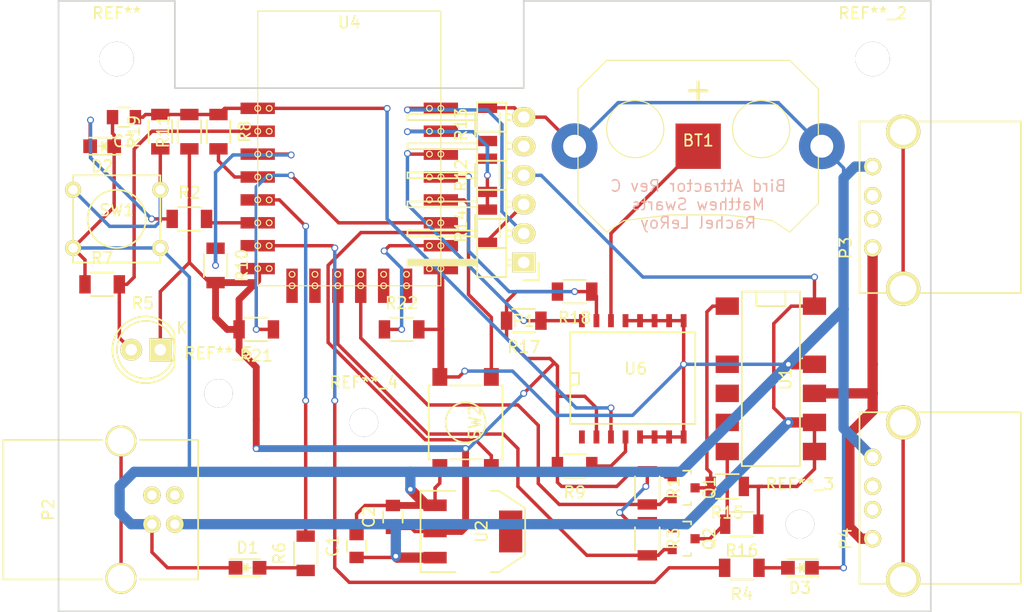
<source format=kicad_pcb>

(kicad_pcb
  (version 20171130)
  (host pcbnew "(5.1.12)-1")
  (general
    (thickness 1.6)
    (drawings 24)
    (tracks 353)
    (zones 0)
    (modules 45)
    (nets 34))
  (page USLetter)
  (title_block
    (title "Bird Attractor")
    (date 2016-10-24)
    (rev C)
    (company "Matthew Swarts and Rachel LeRoy")
    (comment 1 "MIT License"))
  (layers
    (0 F.Cu signal)
    (31 B.Cu signal)
    (32 B.Adhes user hide)
    (33 F.Adhes user hide)
    (34 B.Paste user hide)
    (35 F.Paste user hide)
    (36 B.SilkS user hide)
    (37 F.SilkS user hide)
    (38 B.Mask user hide)
    (39 F.Mask user hide)
    (40 Dwgs.User user hide)
    (41 Cmts.User user hide)
    (42 Eco1.User user hide)
    (43 Eco2.User user hide)
    (44 Edge.Cuts user)
    (45 Margin user hide)
    (46 B.CrtYd user hide)
    (47 F.CrtYd user hide)
    (48 B.Fab user hide)
    (49 F.Fab user hide))
  (setup
    (last_trace_width 0.3)
    (user_trace_width 0.6)
    (user_trace_width 0.9)
    (trace_clearance 0.2)
    (zone_clearance 0.508)
    (zone_45_only no)
    (trace_min 0.2)
    (via_size 0.6)
    (via_drill 0.4)
    (via_min_size 0.4)
    (via_min_drill 0.3)
    (uvia_size 0.3)
    (uvia_drill 0.1)
    (uvias_allowed no)
    (uvia_min_size 0.2)
    (uvia_min_drill 0.1)
    (edge_width 0.15)
    (segment_width 0.2)
    (pcb_text_width 0.3)
    (pcb_text_size 1.5 1.5)
    (mod_edge_width 0.15)
    (mod_text_size 1 1)
    (mod_text_width 0.15)
    (pad_size 1.7272 1.7272)
    (pad_drill 1.016)
    (pad_to_mask_clearance 0.2)
    (aux_axis_origin 0 0)
    (visible_elements 7FFFFFFF)
    (pcbplotparams
      (layerselection 0x010f0_80000001)
      (usegerberextensions true)
      (usegerberattributes true)
      (usegerberadvancedattributes true)
      (creategerberjobfile true)
      (excludeedgelayer true)
      (linewidth 0.1)
      (plotframeref false)
      (viasonmask false)
      (mode 1)
      (useauxorigin false)
      (hpglpennumber 1)
      (hpglpenspeed 20)
      (hpglpendiameter 15.0)
      (psnegative false)
      (psa4output false)
      (plotreference true)
      (plotvalue true)
      (plotinvisibletext false)
      (padsonsilk false)
      (subtractmaskfromsilk false)
      (outputformat 1)
      (mirror false)
      (drillshape 0)
      (scaleselection 1)
      (outputdirectory "gerbers/")))
  (net 0 "")
  (net 1 GND)
  (net 2 5V_IN)
  (net 3 "Net-(P2-Pad5)")
  (net 4 5V_OUT)
  (net 5 "Net-(P3-Pad5)")
  (net 6 "Net-(P4-Pad5)")
  (net 7 V33)
  (net 8 VBAT)
  (net 9 "Net-(D1-Pad2)")
  (net 10 "Net-(D2-Pad2)")
  (net 11 "Net-(D3-Pad2)")
  (net 12 TX)
  (net 13 RX)
  (net 14 RELAY_OFF33)
  (net 15 RELAY_OFF)
  (net 16 RELAY_ON33)
  (net 17 RELAY_ON)
  (net 18 LED_5V_IN)
  (net 19 LED_5V_OUT)
  (net 20 ADC)
  (net 21 LED_WIFI)
  (net 22 "Net-(R9-Pad1)")
  (net 23 CH_PD)
  (net 24 RX33)
  (net 25 "Net-(R12-Pad2)")
  (net 26 PROGRAM)
  (net 27 SDA)
  (net 28 SCL)
  (net 29 ALARM_WAKE)
  (net 30 DEEP_SLEEP_WAKE)
  (net 31 "Net-(R19-Pad1)")
  (net 32 "Net-(R21-Pad1)")
  (net 33 "Net-(R22-Pad1)")
  (net_class Default "This is the default net class."
    (clearance 0.2)
    (trace_width 0.3)
    (via_dia 0.6)
    (via_drill 0.4)
    (uvia_dia 0.3)
    (uvia_drill 0.1)
    (add_net 5V_IN)
    (add_net 5V_OUT)
    (add_net ADC)
    (add_net ALARM_WAKE)
    (add_net CH_PD)
    (add_net DEEP_SLEEP_WAKE)
    (add_net GND)
    (add_net LED_5V_IN)
    (add_net LED_5V_OUT)
    (add_net LED_WIFI)
    (add_net "Net-(D1-Pad2)")
    (add_net "Net-(D2-Pad2)")
    (add_net "Net-(D3-Pad2)")
    (add_net "Net-(P2-Pad5)")
    (add_net "Net-(P3-Pad5)")
    (add_net "Net-(P4-Pad5)")
    (add_net "Net-(R12-Pad2)")
    (add_net "Net-(R19-Pad1)")
    (add_net "Net-(R21-Pad1)")
    (add_net "Net-(R22-Pad1)")
    (add_net "Net-(R9-Pad1)")
    (add_net PROGRAM)
    (add_net RELAY_OFF)
    (add_net RELAY_OFF33)
    (add_net RELAY_ON)
    (add_net RELAY_ON33)
    (add_net RX)
    (add_net RX33)
    (add_net SCL)
    (add_net SDA)
    (add_net TX)
    (add_net V33)
    (add_net VBAT))
  (module Mounting_Holes:MountingHole_2-5mm
    (layer F.Cu)
    (tedit 0)
    (tstamp 581F802F)
    (at 143.51 91.44)
    (descr "Mounting hole, Befestigungsbohrung, 2,5mm, No Annular, Kein Restring,")
    (tags "Mounting hole, Befestigungsbohrung, 2,5mm, No Annular, Kein Restring,")
    (fp_text reference REF**_5
      (at 0 -3.50012)
      (layer F.SilkS)
      (effects
        (font
          (size 1 1)
          (thickness 0.15))))
    (fp_text value MountingHole_2-5mm
      (at 0.09906 3.59918)
      (layer F.Fab)
      (effects
        (font
          (size 1 1)
          (thickness 0.15))))
    (fp_circle
      (center 0 0)
      (end 2.5 0)
      (layer Cmts.User)
      (width 0.381))
    (pad 1 thru_hole circle
      (at 0 0)
      (size 2.5 2.5)
      (drill 2.5)))
  (module Mounting_Holes:MountingHole_2-5mm
    (layer F.Cu)
    (tedit 0)
    (tstamp 581F8028)
    (at 156.21 93.98)
    (descr "Mounting hole, Befestigungsbohrung, 2,5mm, No Annular, Kein Restring,")
    (tags "Mounting hole, Befestigungsbohrung, 2,5mm, No Annular, Kein Restring,")
    (fp_text reference REF**_4
      (at 0 -3.50012)
      (layer F.SilkS)
      (effects
        (font
          (size 1 1)
          (thickness 0.15))))
    (fp_text value MountingHole_2-5mm
      (at 0.09906 3.59918)
      (layer F.Fab)
      (effects
        (font
          (size 1 1)
          (thickness 0.15))))
    (fp_circle
      (center 0 0)
      (end 2.5 0)
      (layer Cmts.User)
      (width 0.381))
    (pad 1 thru_hole circle
      (at 0 0)
      (size 2.5 2.5)
      (drill 2.5)))
  (module Mounting_Holes:MountingHole_2-5mm
    (layer F.Cu)
    (tedit 0)
    (tstamp 581F8015)
    (at 194.31 102.87)
    (descr "Mounting hole, Befestigungsbohrung, 2,5mm, No Annular, Kein Restring,")
    (tags "Mounting hole, Befestigungsbohrung, 2,5mm, No Annular, Kein Restring,")
    (fp_text reference REF**_3
      (at 0 -3.50012)
      (layer F.SilkS)
      (effects
        (font
          (size 1 1)
          (thickness 0.15))))
    (fp_text value MountingHole_2-5mm
      (at 0.09906 3.59918)
      (layer F.Fab)
      (effects
        (font
          (size 1 1)
          (thickness 0.15))))
    (fp_circle
      (center 0 0)
      (end 2.5 0)
      (layer Cmts.User)
      (width 0.381))
    (pad 1 thru_hole circle
      (at 0 0)
      (size 2.5 2.5)
      (drill 2.5)))
  (module MyKiCadParts:BK-913
    (layer F.Cu)
    (tedit 5804E2A0)
    (tstamp 581570AA)
    (at 185.42 69.85 180)
    (descr http://www.memoryprotectiondevices.com/datasheets/BK-913-datasheet.pdf)
    (tags "CR2032, 20mm, Retainer, Battery")
    (path /56ABED42)
    (fp_text reference BT1
      (at 0 0.5 180)
      (layer F.SilkS)
      (effects
        (font
          (size 1 1)
          (thickness 0.15))))
    (fp_text value "3V Battery"
      (at 0 -0.5 180)
      (layer F.Fab)
      (effects
        (font
          (size 1 1)
          (thickness 0.15))))
    (fp_text user +
      (at 0 5 180)
      (layer F.SilkS)
      (effects
        (font
          (size 2 2)
          (thickness 0.3))))
    (fp_line
      (start -8 7.5)
      (end -10.5 5)
      (layer F.SilkS)
      (width 0.1))
    (fp_line
      (start 8 7.5)
      (end 10.5 5)
      (layer F.SilkS)
      (width 0.1))
    (fp_line
      (start 8 -7.5)
      (end 10.5 -5)
      (layer F.SilkS)
      (width 0.1))
    (fp_line
      (start -10.5 -5)
      (end -8 -7.5)
      (layer F.SilkS)
      (width 0.1))
    (fp_line
      (start -10.5 -5)
      (end -10.5 5)
      (layer F.SilkS)
      (width 0.1))
    (fp_line
      (start -8 7.5)
      (end 8 7.5)
      (layer F.SilkS)
      (width 0.1))
    (fp_line
      (start 10.5 5)
      (end 10.5 -5)
      (layer F.SilkS)
      (width 0.1))
    (fp_line
      (start 6.5 -6.5)
      (end 8 -7.5)
      (layer F.SilkS)
      (width 0.1))
    (fp_line
      (start 2.5 -6)
      (end 6.5 -6.5)
      (layer F.SilkS)
      (width 0.1))
    (fp_line
      (start 0 -6)
      (end 2.5 -6)
      (layer F.SilkS)
      (width 0.1))
    (fp_line
      (start -2.5 -6)
      (end 0 -6)
      (layer F.SilkS)
      (width 0.1))
    (fp_line
      (start -6.5 -6.5)
      (end -2.5 -6)
      (layer F.SilkS)
      (width 0.1))
    (fp_line
      (start -8 -7.5)
      (end -6.5 -6.5)
      (layer F.SilkS)
      (width 0.1))
    (fp_circle
      (center 5.5 1.5)
      (end 8 1.5)
      (layer F.SilkS)
      (width 0.1))
    (fp_circle
      (center -5.5 1.5)
      (end -3 1.5)
      (layer F.SilkS)
      (width 0.1))
    (pad 2 thru_hole circle
      (at -10.8 0 180)
      (size 4 4)
      (drill 2)
      (layers *.Cu *.Mask)
      (net 1 GND))
    (pad 1 smd rect
      (at 0 0 180)
      (size 3.96 3.96)
      (layers F.Cu F.Paste F.Mask)
      (net 8 VBAT))
    (pad 2 thru_hole circle
      (at 10.8 0 180)
      (size 4 4)
      (drill 2)
      (layers *.Cu *.Mask)
      (net 1 GND)))
  (module MyKiCadParts:ESP8266-12E-80
    (layer F.Cu)
    (tedit 57EBB223)
    (tstamp 57FE7B65)
    (at 154.94 66.04)
    (path /57FE5320)
    (fp_text reference U4
      (at 0 -7)
      (layer F.SilkS)
      (effects
        (font
          (size 1 1)
          (thickness 0.15))))
    (fp_text value ESP8266-12E
      (at 0 -3.5)
      (layer F.Fab)
      (effects
        (font
          (size 1 1)
          (thickness 0.15))))
    (fp_line
      (start -8 16)
      (end -8 -8)
      (layer F.SilkS)
      (width 0.1))
    (fp_line
      (start 8 16)
      (end -8 16)
      (layer F.SilkS)
      (width 0.1))
    (fp_line
      (start 8 -8)
      (end 8 16)
      (layer F.SilkS)
      (width 0.1))
    (fp_line
      (start -8 -8)
      (end 8 -8)
      (layer F.SilkS)
      (width 0.1))
    (fp_circle
      (center -8 0.5)
      (end -8 0.25)
      (layer F.SilkS)
      (width 0.1))
    (fp_circle
      (center -8 2.5)
      (end -8 2.25)
      (layer F.SilkS)
      (width 0.1))
    (fp_circle
      (center -8 4.5)
      (end -8 4.25)
      (layer F.SilkS)
      (width 0.1))
    (fp_circle
      (center -8 6.5)
      (end -8 6.25)
      (layer F.SilkS)
      (width 0.1))
    (fp_circle
      (center -8 8.5)
      (end -8 8.25)
      (layer F.SilkS)
      (width 0.1))
    (fp_circle
      (center -8 10.5)
      (end -8 10.25)
      (layer F.SilkS)
      (width 0.1))
    (fp_circle
      (center -8 12.5)
      (end -8 12.25)
      (layer F.SilkS)
      (width 0.1))
    (fp_circle
      (center -8 14.5)
      (end -8 14.25)
      (layer F.SilkS)
      (width 0.1))
    (fp_circle
      (center -5 16)
      (end -5 15.75)
      (layer F.SilkS)
      (width 0.1))
    (fp_circle
      (center -3 16)
      (end -3 15.75)
      (layer F.SilkS)
      (width 0.1))
    (fp_circle
      (center -1 16)
      (end -1 15.75)
      (layer F.SilkS)
      (width 0.1))
    (fp_circle
      (center 1 16)
      (end 1 15.75)
      (layer F.SilkS)
      (width 0.1))
    (fp_circle
      (center 3 16)
      (end 3 15.75)
      (layer F.SilkS)
      (width 0.1))
    (fp_circle
      (center 5 16)
      (end 5 15.75)
      (layer F.SilkS)
      (width 0.1))
    (fp_circle
      (center 8 14.5)
      (end 8.25 14.5)
      (layer F.SilkS)
      (width 0.1))
    (fp_circle
      (center 8 12.5)
      (end 8.25 12.5)
      (layer F.SilkS)
      (width 0.1))
    (fp_circle
      (center 8 10.5)
      (end 8.25 10.5)
      (layer F.SilkS)
      (width 0.1))
    (fp_circle
      (center 8 8.5)
      (end 8.25 8.5)
      (layer F.SilkS)
      (width 0.1))
    (fp_circle
      (center 8 6.5)
      (end 8.25 6.5)
      (layer F.SilkS)
      (width 0.1))
    (fp_circle
      (center 8 4.5)
      (end 8.25 4.5)
      (layer F.SilkS)
      (width 0.1))
    (fp_circle
      (center 8 2.5)
      (end 8.25 2.5)
      (layer F.SilkS)
      (width 0.1))
    (fp_circle
      (center 8 0.5)
      (end 8.25 0.5)
      (layer F.SilkS)
      (width 0.1))
    (fp_circle
      (center -7 0.5)
      (end -7 0.25)
      (layer F.SilkS)
      (width 0.1))
    (fp_circle
      (center -7 2.5)
      (end -7 2.25)
      (layer F.SilkS)
      (width 0.1))
    (fp_circle
      (center -7 4.5)
      (end -7 4.25)
      (layer F.SilkS)
      (width 0.1))
    (fp_circle
      (center -7 6.5)
      (end -7 6.25)
      (layer F.SilkS)
      (width 0.1))
    (fp_circle
      (center -7 8.5)
      (end -7 8.25)
      (layer F.SilkS)
      (width 0.1))
    (fp_circle
      (center -7 10.5)
      (end -7 10.25)
      (layer F.SilkS)
      (width 0.1))
    (fp_circle
      (center -7 12.5)
      (end -7 12.25)
      (layer F.SilkS)
      (width 0.1))
    (fp_circle
      (center -7 14.5)
      (end -7 14.25)
      (layer F.SilkS)
      (width 0.1))
    (fp_circle
      (center -5 15)
      (end -5 14.75)
      (layer F.SilkS)
      (width 0.1))
    (fp_circle
      (center -3 15)
      (end -3 14.75)
      (layer F.SilkS)
      (width 0.1))
    (fp_circle
      (center -1 15)
      (end -1 14.75)
      (layer F.SilkS)
      (width 0.1))
    (fp_circle
      (center 1 15)
      (end 1 14.75)
      (layer F.SilkS)
      (width 0.1))
    (fp_circle
      (center 3 15)
      (end 3 14.75)
      (layer F.SilkS)
      (width 0.1))
    (fp_circle
      (center 5 15)
      (end 5 14.75)
      (layer F.SilkS)
      (width 0.1))
    (fp_circle
      (center 7 14.5)
      (end 7 14.25)
      (layer F.SilkS)
      (width 0.1))
    (fp_circle
      (center 7 12.5)
      (end 7 12.25)
      (layer F.SilkS)
      (width 0.1))
    (fp_circle
      (center 7 10.5)
      (end 7 10.25)
      (layer F.SilkS)
      (width 0.1))
    (fp_circle
      (center 7 8.5)
      (end 7 8.25)
      (layer F.SilkS)
      (width 0.1))
    (fp_circle
      (center 7 6.5)
      (end 7 6.25)
      (layer F.SilkS)
      (width 0.1))
    (fp_circle
      (center 7 4.5)
      (end 7 4.25)
      (layer F.SilkS)
      (width 0.1))
    (fp_circle
      (center 7 2.5)
      (end 7 2.25)
      (layer F.SilkS)
      (width 0.1))
    (fp_circle
      (center 7 0.5)
      (end 7 0.25)
      (layer F.SilkS)
      (width 0.1))
    (pad 14 smd rect
      (at 5 16 90)
      (size 3 1)
      (layers F.Cu F.Paste F.Mask))
    (pad 13 smd rect
      (at 3 16 90)
      (size 3 1)
      (layers F.Cu F.Paste F.Mask))
    (pad 12 smd rect
      (at 1 16 90)
      (size 3 1)
      (layers F.Cu F.Paste F.Mask)
      (net 14 RELAY_OFF33))
    (pad 11 smd rect
      (at -1 16 90)
      (size 3 1)
      (layers F.Cu F.Paste F.Mask)
      (net 16 RELAY_ON33))
    (pad 10 smd rect
      (at -3 16 90)
      (size 3 1)
      (layers F.Cu F.Paste F.Mask))
    (pad 9 smd rect
      (at -5 16 90)
      (size 3 1)
      (layers F.Cu F.Paste F.Mask))
    (pad 1 smd rect
      (at -8 0.5)
      (size 3 1)
      (layers F.Cu F.Paste F.Mask)
      (net 29 ALARM_WAKE))
    (pad 2 smd rect
      (at -8 2.5)
      (size 3 1)
      (layers F.Cu F.Paste F.Mask)
      (net 20 ADC))
    (pad 3 smd rect
      (at -8 4.5)
      (size 3 1)
      (layers F.Cu F.Paste F.Mask)
      (net 23 CH_PD))
    (pad 4 smd rect
      (at -8 6.5)
      (size 3 1)
      (layers F.Cu F.Paste F.Mask)
      (net 30 DEEP_SLEEP_WAKE))
    (pad 5 smd rect
      (at -8 8.5)
      (size 3 1)
      (layers F.Cu F.Paste F.Mask)
      (net 21 LED_WIFI))
    (pad 6 smd rect
      (at -8 10.5)
      (size 3 1)
      (layers F.Cu F.Paste F.Mask)
      (net 18 LED_5V_IN))
    (pad 7 smd rect
      (at -8 12.5)
      (size 3 1)
      (layers F.Cu F.Paste F.Mask)
      (net 19 LED_5V_OUT))
    (pad 8 smd rect
      (at -8 14.5)
      (size 3 1)
      (layers F.Cu F.Paste F.Mask)
      (net 7 V33))
    (pad 15 smd rect
      (at 8 14.5)
      (size 3 1)
      (layers F.Cu F.Paste F.Mask)
      (net 1 GND))
    (pad 16 smd rect
      (at 8 12.5)
      (size 3 1)
      (layers F.Cu F.Paste F.Mask)
      (net 33 "Net-(R22-Pad1)"))
    (pad 17 smd rect
      (at 8 10.5)
      (size 3 1)
      (layers F.Cu F.Paste F.Mask)
      (net 32 "Net-(R21-Pad1)"))
    (pad 18 smd rect
      (at 8 8.5)
      (size 3 1)
      (layers F.Cu F.Paste F.Mask)
      (net 26 PROGRAM))
    (pad 19 smd rect
      (at 8 6.5)
      (size 3 1)
      (layers F.Cu F.Paste F.Mask)
      (net 27 SDA))
    (pad 20 smd rect
      (at 8 4.5)
      (size 3 1)
      (layers F.Cu F.Paste F.Mask)
      (net 28 SCL))
    (pad 21 smd rect
      (at 8 2.5)
      (size 3 1)
      (layers F.Cu F.Paste F.Mask)
      (net 24 RX33))
    (pad 22 smd rect
      (at 8 0.5)
      (size 3 1)
      (layers F.Cu F.Paste F.Mask)
      (net 12 TX)))
  (module MyKiCadParts:DIP-12-SMD
    (layer F.Cu)
    (tedit 56AD2EFA)
    (tstamp 56B93F7A)
    (at 187.96 83.82 270)
    (tags "smd ")
    (path /56AD22E7)
    (attr smd)
    (fp_text reference U1
      (at 6.35 -5.08 270)
      (layer F.SilkS)
      (effects
        (font
          (size 1 1)
          (thickness 0.15))))
    (fp_text value PR_Relay_V23079
      (at 6.35 -2.54 270)
      (layer F.Fab)
      (effects
        (font
          (size 1 1)
          (thickness 0.15))))
    (fp_line
      (start 0 -2.54)
      (end -1.27 -2.54)
      (layer F.SilkS)
      (width 0.15))
    (fp_line
      (start 0 -5.08)
      (end 0 -2.54)
      (layer F.SilkS)
      (width 0.15))
    (fp_line
      (start -1.27 -5.08)
      (end 0 -5.08)
      (layer F.SilkS)
      (width 0.15))
    (fp_line
      (start -1.27 -6.35)
      (end -1.27 -1.27)
      (layer F.SilkS)
      (width 0.15))
    (fp_line
      (start 13.97 -1.27)
      (end -1.27 -1.27)
      (layer F.SilkS)
      (width 0.15))
    (fp_line
      (start 13.97 -6.35)
      (end 13.97 -1.27)
      (layer F.SilkS)
      (width 0.15))
    (fp_line
      (start -1.27 -6.35)
      (end 13.97 -6.35)
      (layer F.SilkS)
      (width 0.15))
    (pad 9 smd rect
      (at 7.62 -7.62 270)
      (size 1.524 2.032)
      (layers F.Cu F.Paste F.Mask)
      (net 4 5V_OUT))
    (pad 8 smd rect
      (at 10.16 -7.62 270)
      (size 1.524 2.032)
      (layers F.Cu F.Paste F.Mask)
      (net 2 5V_IN))
    (pad 7 smd rect
      (at 12.7 -7.62 270)
      (size 1.524 2.032)
      (layers F.Cu F.Paste F.Mask)
      (net 2 5V_IN))
    (pad 6 smd rect
      (at 12.7 0 270)
      (size 1.524 2.032)
      (layers F.Cu F.Paste F.Mask)
      (net 17 RELAY_ON))
    (pad 5 smd rect
      (at 10.16 0 270)
      (size 1.524 2.032)
      (layers F.Cu F.Paste F.Mask))
    (pad 4 smd rect
      (at 7.62 0 270)
      (size 1.524 2.032)
      (layers F.Cu F.Paste F.Mask))
    (pad 1 smd rect
      (at 0 0 270)
      (size 1.524 2.032)
      (layers F.Cu F.Paste F.Mask)
      (net 15 RELAY_OFF))
    (pad 3 smd rect
      (at 5.08 0 270)
      (size 1.524 2.032)
      (layers F.Cu F.Paste F.Mask))
    (pad 10 smd rect
      (at 5.08 -7.62 270)
      (size 1.524 2.032)
      (layers F.Cu F.Paste F.Mask)
      (net 1 GND))
    (pad 12 smd rect
      (at 0 -7.62 270)
      (size 1.524 2.032)
      (layers F.Cu F.Paste F.Mask)
      (net 2 5V_IN)))
  (module Resistors_SMD:R_1206
    (layer F.Cu)
    (tedit 5415CFA7)
    (tstamp 56B93F25)
    (at 180.975 99.695 270)
    (descr "Resistor SMD 1206, reflow soldering, Vishay (see dcrcw.pdf)")
    (tags "resistor 1206")
    (path /56ABEC73)
    (attr smd)
    (fp_text reference R1
      (at 0 -2.3 270)
      (layer F.SilkS)
      (effects
        (font
          (size 1 1)
          (thickness 0.15))))
    (fp_text value 10K
      (at 0 2.3 270)
      (layer F.Fab)
      (effects
        (font
          (size 1 1)
          (thickness 0.15))))
    (fp_line
      (start -1 -1.075)
      (end 1 -1.075)
      (layer F.SilkS)
      (width 0.15))
    (fp_line
      (start 1 1.075)
      (end -1 1.075)
      (layer F.SilkS)
      (width 0.15))
    (fp_line
      (start 2.2 -1.2)
      (end 2.2 1.2)
      (layer F.CrtYd)
      (width 0.05))
    (fp_line
      (start -2.2 -1.2)
      (end -2.2 1.2)
      (layer F.CrtYd)
      (width 0.05))
    (fp_line
      (start -2.2 1.2)
      (end 2.2 1.2)
      (layer F.CrtYd)
      (width 0.05))
    (fp_line
      (start -2.2 -1.2)
      (end 2.2 -1.2)
      (layer F.CrtYd)
      (width 0.05))
    (pad 1 smd rect
      (at -1.45 0 270)
      (size 0.9 1.7)
      (layers F.Cu F.Paste F.Mask)
      (net 7 V33))
    (pad 2 smd rect
      (at 1.45 0 270)
      (size 0.9 1.7)
      (layers F.Cu F.Paste F.Mask)
      (net 14 RELAY_OFF33))
    (model Resistors_SMD.3dshapes/R_1206.wrl
      (at
        (xyz 0 0 0))
      (scale
        (xyz 1 1 1))
      (rotate
        (xyz 0 0 0))))
  (module Resistors_SMD:R_1206
    (layer F.Cu)
    (tedit 5415CFA7)
    (tstamp 56B93F3D)
    (at 180.975 104.14 270)
    (descr "Resistor SMD 1206, reflow soldering, Vishay (see dcrcw.pdf)")
    (tags "resistor 1206")
    (path /58024414)
    (attr smd)
    (fp_text reference R3
      (at 0 -2.3 270)
      (layer F.SilkS)
      (effects
        (font
          (size 1 1)
          (thickness 0.15))))
    (fp_text value 10K
      (at 0 2.3 270)
      (layer F.Fab)
      (effects
        (font
          (size 1 1)
          (thickness 0.15))))
    (fp_line
      (start -1 -1.075)
      (end 1 -1.075)
      (layer F.SilkS)
      (width 0.15))
    (fp_line
      (start 1 1.075)
      (end -1 1.075)
      (layer F.SilkS)
      (width 0.15))
    (fp_line
      (start 2.2 -1.2)
      (end 2.2 1.2)
      (layer F.CrtYd)
      (width 0.05))
    (fp_line
      (start -2.2 -1.2)
      (end -2.2 1.2)
      (layer F.CrtYd)
      (width 0.05))
    (fp_line
      (start -2.2 1.2)
      (end 2.2 1.2)
      (layer F.CrtYd)
      (width 0.05))
    (fp_line
      (start -2.2 -1.2)
      (end 2.2 -1.2)
      (layer F.CrtYd)
      (width 0.05))
    (pad 1 smd rect
      (at -1.45 0 270)
      (size 0.9 1.7)
      (layers F.Cu F.Paste F.Mask)
      (net 7 V33))
    (pad 2 smd rect
      (at 1.45 0 270)
      (size 0.9 1.7)
      (layers F.Cu F.Paste F.Mask)
      (net 16 RELAY_ON33))
    (model Resistors_SMD.3dshapes/R_1206.wrl
      (at
        (xyz 0 0 0))
      (scale
        (xyz 1 1 1))
      (rotate
        (xyz 0 0 0))))
  (module LEDs:LED-0805
    (layer F.Cu)
    (tedit 55BDE1C2)
    (tstamp 57FE7B12)
    (at 146.05 106.68)
    (descr "LED 0805 smd package")
    (tags "LED 0805 SMD")
    (path /57FE73F9)
    (attr smd)
    (fp_text reference D1
      (at 0 -1.75)
      (layer F.SilkS)
      (effects
        (font
          (size 1 1)
          (thickness 0.15))))
    (fp_text value LED
      (at 0 1.75)
      (layer F.Fab)
      (effects
        (font
          (size 1 1)
          (thickness 0.15))))
    (fp_line
      (start -1.9 -0.95)
      (end 1.9 -0.95)
      (layer F.CrtYd)
      (width 0.05))
    (fp_line
      (start -1.9 0.95)
      (end -1.9 -0.95)
      (layer F.CrtYd)
      (width 0.05))
    (fp_line
      (start 1.9 0.95)
      (end -1.9 0.95)
      (layer F.CrtYd)
      (width 0.05))
    (fp_line
      (start 1.9 -0.95)
      (end 1.9 0.95)
      (layer F.CrtYd)
      (width 0.05))
    (fp_line
      (start 0 0.35)
      (end -0.35 0)
      (layer F.SilkS)
      (width 0.15))
    (fp_line
      (start 0 -0.35)
      (end 0 0.35)
      (layer F.SilkS)
      (width 0.15))
    (fp_line
      (start -0.35 0)
      (end 0 -0.35)
      (layer F.SilkS)
      (width 0.15))
    (fp_line
      (start 0 0)
      (end 0.35 0)
      (layer F.SilkS)
      (width 0.15))
    (fp_line
      (start -0.35 -0.35)
      (end -0.35 0.35)
      (layer F.SilkS)
      (width 0.15))
    (fp_line
      (start -0.1 -0.1)
      (end -0.25 0.05)
      (layer F.SilkS)
      (width 0.15))
    (fp_line
      (start -0.1 0.15)
      (end -0.1 -0.1)
      (layer F.SilkS)
      (width 0.15))
    (fp_line
      (start -1.6 -0.75)
      (end 1.1 -0.75)
      (layer F.SilkS)
      (width 0.15))
    (fp_line
      (start -1.6 0.75)
      (end 1.1 0.75)
      (layer F.SilkS)
      (width 0.15))
    (pad 2 smd rect
      (at 1.04902 0 180)
      (size 1.19888 1.19888)
      (layers F.Cu F.Paste F.Mask)
      (net 9 "Net-(D1-Pad2)"))
    (pad 1 smd rect
      (at -1.04902 0 180)
      (size 1.19888 1.19888)
      (layers F.Cu F.Paste F.Mask)
      (net 1 GND))
    (model LEDs.3dshapes/LED-0805.wrl
      (at
        (xyz 0 0 0))
      (scale
        (xyz 1 1 1))
      (rotate
        (xyz 0 0 0))))
  (module Connect:USB_B
    (layer F.Cu)
    (tedit 55B36073)
    (tstamp 57FE7B1C)
    (at 139.7 102.87 180)
    (descr "USB B connector")
    (tags "USB_B USB_DEV")
    (path /57FE5369)
    (fp_text reference P2
      (at 11.049 1.27 270)
      (layer F.SilkS)
      (effects
        (font
          (size 1 1)
          (thickness 0.15))))
    (fp_text value USB_B
      (at 4.699 1.27 270)
      (layer F.Fab)
      (effects
        (font
          (size 1 1)
          (thickness 0.15))))
    (fp_line
      (start -2.032 7.366)
      (end -2.032 -4.826)
      (layer F.SilkS)
      (width 0.15))
    (fp_line
      (start 14.986 -4.826)
      (end 14.986 7.366)
      (layer F.SilkS)
      (width 0.15))
    (fp_line
      (start -2.032 -4.826)
      (end 3.048 -4.826)
      (layer F.SilkS)
      (width 0.15))
    (fp_line
      (start 6.35 -4.826)
      (end 14.986 -4.826)
      (layer F.SilkS)
      (width 0.15))
    (fp_line
      (start -2.032 7.366)
      (end 3.048 7.366)
      (layer F.SilkS)
      (width 0.15))
    (fp_line
      (start 6.35 7.366)
      (end 14.986 7.366)
      (layer F.SilkS)
      (width 0.15))
    (fp_line
      (start 15.25 -6.35)
      (end 15.25 8.9)
      (layer F.CrtYd)
      (width 0.05))
    (fp_line
      (start -2.3 -6.35)
      (end 15.25 -6.35)
      (layer F.CrtYd)
      (width 0.05))
    (fp_line
      (start -2.3 8.9)
      (end -2.3 -6.35)
      (layer F.CrtYd)
      (width 0.05))
    (fp_line
      (start 15.25 8.9)
      (end -2.3 8.9)
      (layer F.CrtYd)
      (width 0.05))
    (pad 2 thru_hole circle
      (at 0 2.54 90)
      (size 1.524 1.524)
      (drill 0.8128)
      (layers *.Cu *.Mask F.SilkS))
    (pad 1 thru_hole circle
      (at 0 0 90)
      (size 1.524 1.524)
      (drill 0.8128)
      (layers *.Cu *.Mask F.SilkS)
      (net 2 5V_IN))
    (pad 4 thru_hole circle
      (at 1.99898 0 90)
      (size 1.524 1.524)
      (drill 0.8128)
      (layers *.Cu *.Mask F.SilkS)
      (net 1 GND))
    (pad 3 thru_hole circle
      (at 1.99898 2.54 90)
      (size 1.524 1.524)
      (drill 0.8128)
      (layers *.Cu *.Mask F.SilkS))
    (pad 5 thru_hole circle
      (at 4.699 7.26948 90)
      (size 2.70002 2.70002)
      (drill 2.30124)
      (layers *.Cu *.Mask F.SilkS)
      (net 3 "Net-(P2-Pad5)"))
    (pad 5 thru_hole circle
      (at 4.699 -4.72948 90)
      (size 2.70002 2.70002)
      (drill 2.30124)
      (layers *.Cu *.Mask F.SilkS)
      (net 3 "Net-(P2-Pad5)"))
    (model Connect.3dshapes/USB_B.wrl
      (offset
        (xyz 4.6989999294281 -1.269999980926514 0.02539999961853028))
      (scale
        (xyz 0.3937 0.3937 0.3937))
      (rotate
        (xyz 0 0 -90))))
  (module Connect:USB_A
    (layer F.Cu)
    (tedit 5.543e+292)
    (tstamp 57FE7B26)
    (at 200.66 78.74 90)
    (descr "USB A connector")
    (tags "USB USB_A")
    (path /57FE56DE)
    (fp_text reference P3
      (at 0 -2.35 90)
      (layer F.SilkS)
      (effects
        (font
          (size 1 1)
          (thickness 0.15))))
    (fp_text value USB_A
      (at 3.83794 7.43458 90)
      (layer F.Fab)
      (effects
        (font
          (size 1 1)
          (thickness 0.15))))
    (fp_line
      (start 11.04986 12.95188)
      (end -3.93614 12.95188)
      (layer F.SilkS)
      (width 0.15))
    (fp_line
      (start 11.04986 -1.14512)
      (end -3.93614 -1.14512)
      (layer F.SilkS)
      (width 0.15))
    (fp_line
      (start -3.93614 12.95188)
      (end -3.93614 -1.14512)
      (layer F.SilkS)
      (width 0.15))
    (fp_line
      (start 11.04986 -1.14512)
      (end 11.04986 12.95188)
      (layer F.SilkS)
      (width 0.15))
    (fp_line
      (start -5.3 -1.4)
      (end 11.95 -1.4)
      (layer F.CrtYd)
      (width 0.05))
    (fp_line
      (start -5.3 13.2)
      (end 11.95 13.2)
      (layer F.CrtYd)
      (width 0.05))
    (fp_line
      (start 11.95 -1.4)
      (end 11.95 13.2)
      (layer F.CrtYd)
      (width 0.05))
    (fp_line
      (start -5.3 13.2)
      (end -5.3 -1.4)
      (layer F.CrtYd)
      (width 0.05))
    (pad 4 thru_hole circle
      (at 7.11286 -0.00212)
      (size 1.50114 1.50114)
      (drill 1.00076)
      (layers *.Cu *.Mask F.SilkS)
      (net 1 GND))
    (pad 3 thru_hole circle
      (at 4.57286 -0.00212)
      (size 1.50114 1.50114)
      (drill 1.00076)
      (layers *.Cu *.Mask F.SilkS))
    (pad 2 thru_hole circle
      (at 2.54086 -0.00212)
      (size 1.50114 1.50114)
      (drill 1.00076)
      (layers *.Cu *.Mask F.SilkS))
    (pad 1 thru_hole circle
      (at 0.00086 -0.00212)
      (size 1.50114 1.50114)
      (drill 1.00076)
      (layers *.Cu *.Mask F.SilkS)
      (net 4 5V_OUT))
    (pad 5 thru_hole circle
      (at 10.16086 2.66488)
      (size 2.99974 2.99974)
      (drill 2.30124)
      (layers *.Cu *.Mask F.SilkS)
      (net 5 "Net-(P3-Pad5)"))
    (pad 5 thru_hole circle
      (at -3.55514 2.66488)
      (size 2.99974 2.99974)
      (drill 2.30124)
      (layers *.Cu *.Mask F.SilkS)
      (net 5 "Net-(P3-Pad5)"))
    (model Connect.3dshapes/USB_A.wrl
      (offset
        (xyz 3.555999946594238 0 0))
      (scale
        (xyz 1 1 1))
      (rotate
        (xyz 0 0 90))))
  (module TO_SOT_Packages_SMD:SOT-23
    (layer F.Cu)
    (tedit 553634F8)
    (tstamp 57FE7B2D)
    (at 184.15 99.695 270)
    (descr "SOT-23, Standard")
    (tags SOT-23)
    (path /57FE739A)
    (attr smd)
    (fp_text reference Q1
      (at 0 -2.25 270)
      (layer F.SilkS)
      (effects
        (font
          (size 1 1)
          (thickness 0.15))))
    (fp_text value BSS138
      (at 0 2.3 270)
      (layer F.Fab)
      (effects
        (font
          (size 1 1)
          (thickness 0.15))))
    (fp_line
      (start 1.49982 -0.65024)
      (end 1.49982 0.0508)
      (layer F.SilkS)
      (width 0.15))
    (fp_line
      (start 1.29916 -0.65024)
      (end 1.49982 -0.65024)
      (layer F.SilkS)
      (width 0.15))
    (fp_line
      (start -1.49982 -0.65024)
      (end -1.2509 -0.65024)
      (layer F.SilkS)
      (width 0.15))
    (fp_line
      (start -1.49982 0.0508)
      (end -1.49982 -0.65024)
      (layer F.SilkS)
      (width 0.15))
    (fp_line
      (start 1.29916 -0.65024)
      (end 1.2509 -0.65024)
      (layer F.SilkS)
      (width 0.15))
    (fp_line
      (start -1.65 1.6)
      (end -1.65 -1.6)
      (layer F.CrtYd)
      (width 0.05))
    (fp_line
      (start 1.65 1.6)
      (end -1.65 1.6)
      (layer F.CrtYd)
      (width 0.05))
    (fp_line
      (start 1.65 -1.6)
      (end 1.65 1.6)
      (layer F.CrtYd)
      (width 0.05))
    (fp_line
      (start -1.65 -1.6)
      (end 1.65 -1.6)
      (layer F.CrtYd)
      (width 0.05))
    (pad 1 smd rect
      (at -0.95 1.00076 270)
      (size 0.8001 0.8001)
      (layers F.Cu F.Paste F.Mask)
      (net 7 V33))
    (pad 2 smd rect
      (at 0.95 1.00076 270)
      (size 0.8001 0.8001)
      (layers F.Cu F.Paste F.Mask)
      (net 14 RELAY_OFF33))
    (pad 3 smd rect
      (at 0 -0.99822 270)
      (size 0.8001 0.8001)
      (layers F.Cu F.Paste F.Mask)
      (net 15 RELAY_OFF))
    (model TO_SOT_Packages_SMD.3dshapes/SOT-23.wrl
      (at
        (xyz 0 0 0))
      (scale
        (xyz 1 1 1))
      (rotate
        (xyz 0 0 0))))
  (module TO_SOT_Packages_SMD:SOT-23
    (layer F.Cu)
    (tedit 553634F8)
    (tstamp 57FE7B34)
    (at 184.15 104.14 270)
    (descr "SOT-23, Standard")
    (tags SOT-23)
    (path /57FE9072)
    (attr smd)
    (fp_text reference Q2
      (at 0 -2.25 270)
      (layer F.SilkS)
      (effects
        (font
          (size 1 1)
          (thickness 0.15))))
    (fp_text value BSS138
      (at 0 2.3 270)
      (layer F.Fab)
      (effects
        (font
          (size 1 1)
          (thickness 0.15))))
    (fp_line
      (start 1.49982 -0.65024)
      (end 1.49982 0.0508)
      (layer F.SilkS)
      (width 0.15))
    (fp_line
      (start 1.29916 -0.65024)
      (end 1.49982 -0.65024)
      (layer F.SilkS)
      (width 0.15))
    (fp_line
      (start -1.49982 -0.65024)
      (end -1.2509 -0.65024)
      (layer F.SilkS)
      (width 0.15))
    (fp_line
      (start -1.49982 0.0508)
      (end -1.49982 -0.65024)
      (layer F.SilkS)
      (width 0.15))
    (fp_line
      (start 1.29916 -0.65024)
      (end 1.2509 -0.65024)
      (layer F.SilkS)
      (width 0.15))
    (fp_line
      (start -1.65 1.6)
      (end -1.65 -1.6)
      (layer F.CrtYd)
      (width 0.05))
    (fp_line
      (start 1.65 1.6)
      (end -1.65 1.6)
      (layer F.CrtYd)
      (width 0.05))
    (fp_line
      (start 1.65 -1.6)
      (end 1.65 1.6)
      (layer F.CrtYd)
      (width 0.05))
    (fp_line
      (start -1.65 -1.6)
      (end 1.65 -1.6)
      (layer F.CrtYd)
      (width 0.05))
    (pad 1 smd rect
      (at -0.95 1.00076 270)
      (size 0.8001 0.8001)
      (layers F.Cu F.Paste F.Mask)
      (net 7 V33))
    (pad 2 smd rect
      (at 0.95 1.00076 270)
      (size 0.8001 0.8001)
      (layers F.Cu F.Paste F.Mask)
      (net 16 RELAY_ON33))
    (pad 3 smd rect
      (at 0 -0.99822 270)
      (size 0.8001 0.8001)
      (layers F.Cu F.Paste F.Mask)
      (net 17 RELAY_ON))
    (model TO_SOT_Packages_SMD.3dshapes/SOT-23.wrl
      (at
        (xyz 0 0 0))
      (scale
        (xyz 1 1 1))
      (rotate
        (xyz 0 0 0))))
  (module Connect:USB_A
    (layer F.Cu)
    (tedit 5.543e+292)
    (tstamp 57FE7C68)
    (at 200.66 104.14 90)
    (descr "USB A connector")
    (tags "USB USB_A")
    (path /57FEA640)
    (fp_text reference P4
      (at 0 -2.35 90)
      (layer F.SilkS)
      (effects
        (font
          (size 1 1)
          (thickness 0.15))))
    (fp_text value USB_A
      (at 3.83794 7.43458 90)
      (layer F.Fab)
      (effects
        (font
          (size 1 1)
          (thickness 0.15))))
    (fp_line
      (start 11.04986 12.95188)
      (end -3.93614 12.95188)
      (layer F.SilkS)
      (width 0.15))
    (fp_line
      (start 11.04986 -1.14512)
      (end -3.93614 -1.14512)
      (layer F.SilkS)
      (width 0.15))
    (fp_line
      (start -3.93614 12.95188)
      (end -3.93614 -1.14512)
      (layer F.SilkS)
      (width 0.15))
    (fp_line
      (start 11.04986 -1.14512)
      (end 11.04986 12.95188)
      (layer F.SilkS)
      (width 0.15))
    (fp_line
      (start -5.3 -1.4)
      (end 11.95 -1.4)
      (layer F.CrtYd)
      (width 0.05))
    (fp_line
      (start -5.3 13.2)
      (end 11.95 13.2)
      (layer F.CrtYd)
      (width 0.05))
    (fp_line
      (start 11.95 -1.4)
      (end 11.95 13.2)
      (layer F.CrtYd)
      (width 0.05))
    (fp_line
      (start -5.3 13.2)
      (end -5.3 -1.4)
      (layer F.CrtYd)
      (width 0.05))
    (pad 4 thru_hole circle
      (at 7.11286 -0.00212)
      (size 1.50114 1.50114)
      (drill 1.00076)
      (layers *.Cu *.Mask F.SilkS)
      (net 1 GND))
    (pad 3 thru_hole circle
      (at 4.57286 -0.00212)
      (size 1.50114 1.50114)
      (drill 1.00076)
      (layers *.Cu *.Mask F.SilkS))
    (pad 2 thru_hole circle
      (at 2.54086 -0.00212)
      (size 1.50114 1.50114)
      (drill 1.00076)
      (layers *.Cu *.Mask F.SilkS))
    (pad 1 thru_hole circle
      (at 0.00086 -0.00212)
      (size 1.50114 1.50114)
      (drill 1.00076)
      (layers *.Cu *.Mask F.SilkS)
      (net 4 5V_OUT))
    (pad 5 thru_hole circle
      (at 10.16086 2.66488)
      (size 2.99974 2.99974)
      (drill 2.30124)
      (layers *.Cu *.Mask F.SilkS)
      (net 6 "Net-(P4-Pad5)"))
    (pad 5 thru_hole circle
      (at -3.55514 2.66488)
      (size 2.99974 2.99974)
      (drill 2.30124)
      (layers *.Cu *.Mask F.SilkS)
      (net 6 "Net-(P4-Pad5)"))
    (model Connect.3dshapes/USB_A.wrl
      (offset
        (xyz 3.555999946594238 0 0))
      (scale
        (xyz 1 1 1))
      (rotate
        (xyz 0 0 90))))
  (module Capacitors_SMD:C_0805
    (layer F.Cu)
    (tedit 5415D6EA)
    (tstamp 580199F8)
    (at 155.575 104.775 90)
    (descr "Capacitor SMD 0805, reflow soldering, AVX (see smccp.pdf)")
    (tags "capacitor 0805")
    (path /58013CF1)
    (attr smd)
    (fp_text reference C1
      (at 0 -2.1 90)
      (layer F.SilkS)
      (effects
        (font
          (size 1 1)
          (thickness 0.15))))
    (fp_text value 10uF
      (at 0 2.1 90)
      (layer F.Fab)
      (effects
        (font
          (size 1 1)
          (thickness 0.15))))
    (fp_line
      (start -0.5 0.85)
      (end 0.5 0.85)
      (layer F.SilkS)
      (width 0.15))
    (fp_line
      (start 0.5 -0.85)
      (end -0.5 -0.85)
      (layer F.SilkS)
      (width 0.15))
    (fp_line
      (start 1.8 -1)
      (end 1.8 1)
      (layer F.CrtYd)
      (width 0.05))
    (fp_line
      (start -1.8 -1)
      (end -1.8 1)
      (layer F.CrtYd)
      (width 0.05))
    (fp_line
      (start -1.8 1)
      (end 1.8 1)
      (layer F.CrtYd)
      (width 0.05))
    (fp_line
      (start -1.8 -1)
      (end 1.8 -1)
      (layer F.CrtYd)
      (width 0.05))
    (pad 1 smd rect
      (at -1 0 90)
      (size 1 1.25)
      (layers F.Cu F.Paste F.Mask)
      (net 2 5V_IN))
    (pad 2 smd rect
      (at 1 0 90)
      (size 1 1.25)
      (layers F.Cu F.Paste F.Mask)
      (net 1 GND))
    (model Capacitors_SMD.3dshapes/C_0805.wrl
      (at
        (xyz 0 0 0))
      (scale
        (xyz 1 1 1))
      (rotate
        (xyz 0 0 0))))
  (module Capacitors_SMD:C_0805
    (layer F.Cu)
    (tedit 5415D6EA)
    (tstamp 580199FE)
    (at 158.75 102.235 90)
    (descr "Capacitor SMD 0805, reflow soldering, AVX (see smccp.pdf)")
    (tags "capacitor 0805")
    (path /58013FD5)
    (attr smd)
    (fp_text reference C2
      (at 0 -2.1 90)
      (layer F.SilkS)
      (effects
        (font
          (size 1 1)
          (thickness 0.15))))
    (fp_text value 10uF
      (at 0 2.1 90)
      (layer F.Fab)
      (effects
        (font
          (size 1 1)
          (thickness 0.15))))
    (fp_line
      (start -0.5 0.85)
      (end 0.5 0.85)
      (layer F.SilkS)
      (width 0.15))
    (fp_line
      (start 0.5 -0.85)
      (end -0.5 -0.85)
      (layer F.SilkS)
      (width 0.15))
    (fp_line
      (start 1.8 -1)
      (end 1.8 1)
      (layer F.CrtYd)
      (width 0.05))
    (fp_line
      (start -1.8 -1)
      (end -1.8 1)
      (layer F.CrtYd)
      (width 0.05))
    (fp_line
      (start -1.8 1)
      (end 1.8 1)
      (layer F.CrtYd)
      (width 0.05))
    (fp_line
      (start -1.8 -1)
      (end 1.8 -1)
      (layer F.CrtYd)
      (width 0.05))
    (pad 1 smd rect
      (at -1 0 90)
      (size 1 1.25)
      (layers F.Cu F.Paste F.Mask)
      (net 7 V33))
    (pad 2 smd rect
      (at 1 0 90)
      (size 1 1.25)
      (layers F.Cu F.Paste F.Mask)
      (net 1 GND))
    (model Capacitors_SMD.3dshapes/C_0805.wrl
      (at
        (xyz 0 0 0))
      (scale
        (xyz 1 1 1))
      (rotate
        (xyz 0 0 0))))
  (module LEDs:LED-0805
    (layer F.Cu)
    (tedit 55BDE1C2)
    (tstamp 58019A04)
    (at 133.35 69.85 180)
    (descr "LED 0805 smd package")
    (tags "LED 0805 SMD")
    (path /5801A77C)
    (attr smd)
    (fp_text reference D2
      (at 0 -1.75 180)
      (layer F.SilkS)
      (effects
        (font
          (size 1 1)
          (thickness 0.15))))
    (fp_text value LED
      (at 0 1.75 180)
      (layer F.Fab)
      (effects
        (font
          (size 1 1)
          (thickness 0.15))))
    (fp_line
      (start -1.9 -0.95)
      (end 1.9 -0.95)
      (layer F.CrtYd)
      (width 0.05))
    (fp_line
      (start -1.9 0.95)
      (end -1.9 -0.95)
      (layer F.CrtYd)
      (width 0.05))
    (fp_line
      (start 1.9 0.95)
      (end -1.9 0.95)
      (layer F.CrtYd)
      (width 0.05))
    (fp_line
      (start 1.9 -0.95)
      (end 1.9 0.95)
      (layer F.CrtYd)
      (width 0.05))
    (fp_line
      (start 0 0.35)
      (end -0.35 0)
      (layer F.SilkS)
      (width 0.15))
    (fp_line
      (start 0 -0.35)
      (end 0 0.35)
      (layer F.SilkS)
      (width 0.15))
    (fp_line
      (start -0.35 0)
      (end 0 -0.35)
      (layer F.SilkS)
      (width 0.15))
    (fp_line
      (start 0 0)
      (end 0.35 0)
      (layer F.SilkS)
      (width 0.15))
    (fp_line
      (start -0.35 -0.35)
      (end -0.35 0.35)
      (layer F.SilkS)
      (width 0.15))
    (fp_line
      (start -0.1 -0.1)
      (end -0.25 0.05)
      (layer F.SilkS)
      (width 0.15))
    (fp_line
      (start -0.1 0.15)
      (end -0.1 -0.1)
      (layer F.SilkS)
      (width 0.15))
    (fp_line
      (start -1.6 -0.75)
      (end 1.1 -0.75)
      (layer F.SilkS)
      (width 0.15))
    (fp_line
      (start -1.6 0.75)
      (end 1.1 0.75)
      (layer F.SilkS)
      (width 0.15))
    (pad 2 smd rect
      (at 1.04902 0)
      (size 1.19888 1.19888)
      (layers F.Cu F.Paste F.Mask)
      (net 10 "Net-(D2-Pad2)"))
    (pad 1 smd rect
      (at -1.04902 0)
      (size 1.19888 1.19888)
      (layers F.Cu F.Paste F.Mask)
      (net 1 GND))
    (model LEDs.3dshapes/LED-0805.wrl
      (at
        (xyz 0 0 0))
      (scale
        (xyz 1 1 1))
      (rotate
        (xyz 0 0 0))))
  (module LEDs:LED-0805
    (layer F.Cu)
    (tedit 55BDE1C2)
    (tstamp 58019A0A)
    (at 194.31 106.68 180)
    (descr "LED 0805 smd package")
    (tags "LED 0805 SMD")
    (path /5801AC92)
    (attr smd)
    (fp_text reference D3
      (at 0 -1.75 180)
      (layer F.SilkS)
      (effects
        (font
          (size 1 1)
          (thickness 0.15))))
    (fp_text value LED
      (at 0 1.75 180)
      (layer F.Fab)
      (effects
        (font
          (size 1 1)
          (thickness 0.15))))
    (fp_line
      (start -1.9 -0.95)
      (end 1.9 -0.95)
      (layer F.CrtYd)
      (width 0.05))
    (fp_line
      (start -1.9 0.95)
      (end -1.9 -0.95)
      (layer F.CrtYd)
      (width 0.05))
    (fp_line
      (start 1.9 0.95)
      (end -1.9 0.95)
      (layer F.CrtYd)
      (width 0.05))
    (fp_line
      (start 1.9 -0.95)
      (end 1.9 0.95)
      (layer F.CrtYd)
      (width 0.05))
    (fp_line
      (start 0 0.35)
      (end -0.35 0)
      (layer F.SilkS)
      (width 0.15))
    (fp_line
      (start 0 -0.35)
      (end 0 0.35)
      (layer F.SilkS)
      (width 0.15))
    (fp_line
      (start -0.35 0)
      (end 0 -0.35)
      (layer F.SilkS)
      (width 0.15))
    (fp_line
      (start 0 0)
      (end 0.35 0)
      (layer F.SilkS)
      (width 0.15))
    (fp_line
      (start -0.35 -0.35)
      (end -0.35 0.35)
      (layer F.SilkS)
      (width 0.15))
    (fp_line
      (start -0.1 -0.1)
      (end -0.25 0.05)
      (layer F.SilkS)
      (width 0.15))
    (fp_line
      (start -0.1 0.15)
      (end -0.1 -0.1)
      (layer F.SilkS)
      (width 0.15))
    (fp_line
      (start -1.6 -0.75)
      (end 1.1 -0.75)
      (layer F.SilkS)
      (width 0.15))
    (fp_line
      (start -1.6 0.75)
      (end 1.1 0.75)
      (layer F.SilkS)
      (width 0.15))
    (pad 2 smd rect
      (at 1.04902 0)
      (size 1.19888 1.19888)
      (layers F.Cu F.Paste F.Mask)
      (net 11 "Net-(D3-Pad2)"))
    (pad 1 smd rect
      (at -1.04902 0)
      (size 1.19888 1.19888)
      (layers F.Cu F.Paste F.Mask)
      (net 1 GND))
    (model LEDs.3dshapes/LED-0805.wrl
      (at
        (xyz 0 0 0))
      (scale
        (xyz 1 1 1))
      (rotate
        (xyz 0 0 0))))
  (module Pin_Headers:Pin_Header_Angled_1x06
    (layer F.Cu)
    (tedit 0)
    (tstamp 58019A14)
    (at 170.18 80.01 180)
    (descr "Through hole pin header")
    (tags "pin header")
    (path /58020A26)
    (fp_text reference P1
      (at 0 -5.1 180)
      (layer F.SilkS)
      (effects
        (font
          (size 1 1)
          (thickness 0.15))))
    (fp_text value FTDI
      (at 0 -3.1 180)
      (layer F.Fab)
      (effects
        (font
          (size 1 1)
          (thickness 0.15))))
    (fp_line
      (start 1.524 3.81)
      (end 4.064 3.81)
      (layer F.SilkS)
      (width 0.15))
    (fp_line
      (start 1.524 3.81)
      (end 1.524 6.35)
      (layer F.SilkS)
      (width 0.15))
    (fp_line
      (start 1.524 6.35)
      (end 4.064 6.35)
      (layer F.SilkS)
      (width 0.15))
    (fp_line
      (start 4.064 4.826)
      (end 10.16 4.826)
      (layer F.SilkS)
      (width 0.15))
    (fp_line
      (start 10.16 4.826)
      (end 10.16 5.334)
      (layer F.SilkS)
      (width 0.15))
    (fp_line
      (start 10.16 5.334)
      (end 4.064 5.334)
      (layer F.SilkS)
      (width 0.15))
    (fp_line
      (start 4.064 6.35)
      (end 4.064 3.81)
      (layer F.SilkS)
      (width 0.15))
    (fp_line
      (start 4.064 8.89)
      (end 4.064 6.35)
      (layer F.SilkS)
      (width 0.15))
    (fp_line
      (start 10.16 7.874)
      (end 4.064 7.874)
      (layer F.SilkS)
      (width 0.15))
    (fp_line
      (start 10.16 7.366)
      (end 10.16 7.874)
      (layer F.SilkS)
      (width 0.15))
    (fp_line
      (start 4.064 7.366)
      (end 10.16 7.366)
      (layer F.SilkS)
      (width 0.15))
    (fp_line
      (start 1.524 8.89)
      (end 4.064 8.89)
      (layer F.SilkS)
      (width 0.15))
    (fp_line
      (start 1.524 6.35)
      (end 1.524 8.89)
      (layer F.SilkS)
      (width 0.15))
    (fp_line
      (start 1.524 6.35)
      (end 4.064 6.35)
      (layer F.SilkS)
      (width 0.15))
    (fp_line
      (start 1.524 11.43)
      (end 4.064 11.43)
      (layer F.SilkS)
      (width 0.15))
    (fp_line
      (start 1.524 11.43)
      (end 1.524 13.97)
      (layer F.SilkS)
      (width 0.15))
    (fp_line
      (start 1.524 13.97)
      (end 4.064 13.97)
      (layer F.SilkS)
      (width 0.15))
    (fp_line
      (start 4.064 12.446)
      (end 10.16 12.446)
      (layer F.SilkS)
      (width 0.15))
    (fp_line
      (start 10.16 12.446)
      (end 10.16 12.954)
      (layer F.SilkS)
      (width 0.15))
    (fp_line
      (start 10.16 12.954)
      (end 4.064 12.954)
      (layer F.SilkS)
      (width 0.15))
    (fp_line
      (start 4.064 13.97)
      (end 4.064 11.43)
      (layer F.SilkS)
      (width 0.15))
    (fp_line
      (start 4.064 11.43)
      (end 4.064 8.89)
      (layer F.SilkS)
      (width 0.15))
    (fp_line
      (start 10.16 10.414)
      (end 4.064 10.414)
      (layer F.SilkS)
      (width 0.15))
    (fp_line
      (start 10.16 9.906)
      (end 10.16 10.414)
      (layer F.SilkS)
      (width 0.15))
    (fp_line
      (start 4.064 9.906)
      (end 10.16 9.906)
      (layer F.SilkS)
      (width 0.15))
    (fp_line
      (start 1.524 11.43)
      (end 4.064 11.43)
      (layer F.SilkS)
      (width 0.15))
    (fp_line
      (start 1.524 8.89)
      (end 1.524 11.43)
      (layer F.SilkS)
      (width 0.15))
    (fp_line
      (start 1.524 8.89)
      (end 4.064 8.89)
      (layer F.SilkS)
      (width 0.15))
    (fp_line
      (start 1.524 -1.27)
      (end 1.524 1.27)
      (layer F.SilkS)
      (width 0.15))
    (fp_line
      (start 1.524 1.27)
      (end 4.064 1.27)
      (layer F.SilkS)
      (width 0.15))
    (fp_line
      (start 4.064 -0.254)
      (end 10.16 -0.254)
      (layer F.SilkS)
      (width 0.15))
    (fp_line
      (start 10.16 -0.254)
      (end 10.16 0.254)
      (layer F.SilkS)
      (width 0.15))
    (fp_line
      (start 10.16 0.254)
      (end 4.064 0.254)
      (layer F.SilkS)
      (width 0.15))
    (fp_line
      (start 4.064 1.27)
      (end 4.064 -1.27)
      (layer F.SilkS)
      (width 0.15))
    (fp_line
      (start 4.064 3.81)
      (end 4.064 1.27)
      (layer F.SilkS)
      (width 0.15))
    (fp_line
      (start 10.16 2.794)
      (end 4.064 2.794)
      (layer F.SilkS)
      (width 0.15))
    (fp_line
      (start 10.16 2.286)
      (end 10.16 2.794)
      (layer F.SilkS)
      (width 0.15))
    (fp_line
      (start 4.064 2.286)
      (end 10.16 2.286)
      (layer F.SilkS)
      (width 0.15))
    (fp_line
      (start 1.524 3.81)
      (end 4.064 3.81)
      (layer F.SilkS)
      (width 0.15))
    (fp_line
      (start 1.524 1.27)
      (end 1.524 3.81)
      (layer F.SilkS)
      (width 0.15))
    (fp_line
      (start 1.524 1.27)
      (end 4.064 1.27)
      (layer F.SilkS)
      (width 0.15))
    (fp_line
      (start 1.524 -1.27)
      (end 4.064 -1.27)
      (layer F.SilkS)
      (width 0.15))
    (fp_line
      (start 1.524 7.366)
      (end 1.143 7.366)
      (layer F.SilkS)
      (width 0.15))
    (fp_line
      (start 1.524 7.874)
      (end 1.143 7.874)
      (layer F.SilkS)
      (width 0.15))
    (fp_line
      (start 1.524 9.906)
      (end 1.143 9.906)
      (layer F.SilkS)
      (width 0.15))
    (fp_line
      (start 1.524 10.414)
      (end 1.143 10.414)
      (layer F.SilkS)
      (width 0.15))
    (fp_line
      (start 1.524 12.446)
      (end 1.143 12.446)
      (layer F.SilkS)
      (width 0.15))
    (fp_line
      (start 1.524 12.954)
      (end 1.143 12.954)
      (layer F.SilkS)
      (width 0.15))
    (fp_line
      (start 1.524 5.334)
      (end 1.143 5.334)
      (layer F.SilkS)
      (width 0.15))
    (fp_line
      (start 1.524 4.826)
      (end 1.143 4.826)
      (layer F.SilkS)
      (width 0.15))
    (fp_line
      (start 1.524 2.794)
      (end 1.143 2.794)
      (layer F.SilkS)
      (width 0.15))
    (fp_line
      (start 1.524 2.286)
      (end 1.143 2.286)
      (layer F.SilkS)
      (width 0.15))
    (fp_line
      (start 1.524 0.254)
      (end 1.143 0.254)
      (layer F.SilkS)
      (width 0.15))
    (fp_line
      (start 1.524 -0.254)
      (end 1.143 -0.254)
      (layer F.SilkS)
      (width 0.15))
    (fp_line
      (start 4.191 0)
      (end 10.033 0)
      (layer F.SilkS)
      (width 0.15))
    (fp_line
      (start 4.191 0.127)
      (end 4.191 0)
      (layer F.SilkS)
      (width 0.15))
    (fp_line
      (start 10.033 0.127)
      (end 4.191 0.127)
      (layer F.SilkS)
      (width 0.15))
    (fp_line
      (start 10.033 -0.127)
      (end 10.033 0.127)
      (layer F.SilkS)
      (width 0.15))
    (fp_line
      (start 4.191 -0.127)
      (end 10.033 -0.127)
      (layer F.SilkS)
      (width 0.15))
    (fp_line
      (start 0 -1.55)
      (end -1.3 -1.55)
      (layer F.SilkS)
      (width 0.15))
    (fp_line
      (start -1.3 -1.55)
      (end -1.3 0)
      (layer F.SilkS)
      (width 0.15))
    (fp_line
      (start -1.5 14.45)
      (end 10.65 14.45)
      (layer F.CrtYd)
      (width 0.05))
    (fp_line
      (start -1.5 -1.75)
      (end 10.65 -1.75)
      (layer F.CrtYd)
      (width 0.05))
    (fp_line
      (start 10.65 -1.75)
      (end 10.65 14.45)
      (layer F.CrtYd)
      (width 0.05))
    (fp_line
      (start -1.5 -1.75)
      (end -1.5 14.45)
      (layer F.CrtYd)
      (width 0.05))
    (pad 1 thru_hole rect
      (at 0 0 180)
      (size 2.032 1.7272)
      (drill 1.016)
      (layers *.Cu *.Mask F.SilkS))
    (pad 2 thru_hole oval
      (at 0 2.54 180)
      (size 2.032 1.7272)
      (drill 1.016)
      (layers *.Cu *.Mask F.SilkS)
      (net 12 TX))
    (pad 3 thru_hole oval
      (at 0 5.08 180)
      (size 2.032 1.7272)
      (drill 1.016)
      (layers *.Cu *.Mask F.SilkS)
      (net 13 RX))
    (pad 4 thru_hole oval
      (at 0 7.62 180)
      (size 2.032 1.7272)
      (drill 1.016)
      (layers *.Cu *.Mask F.SilkS)
      (net 2 5V_IN))
    (pad 5 thru_hole oval
      (at 0 10.16 180)
      (size 2.032 1.7272)
      (drill 1.016)
      (layers *.Cu *.Mask F.SilkS))
    (pad 6 thru_hole oval
      (at 0 12.7 180)
      (size 2.032 1.7272)
      (drill 1.016)
      (layers *.Cu *.Mask F.SilkS)
      (net 1 GND))
    (model Pin_Headers.3dshapes/Pin_Header_Angled_1x06.wrl
      (offset
        (xyz 0 -6.349999904632568 0))
      (scale
        (xyz 1 1 1))
      (rotate
        (xyz 0 0 90))))
  (module Capacitors_SMD:C_1206
    (layer F.Cu)
    (tedit 5415D7BD)
    (tstamp 58019A1A)
    (at 151.13 105.41 90)
    (descr "Capacitor SMD 1206, reflow soldering, AVX (see smccp.pdf)")
    (tags "capacitor 1206")
    (path /58012862)
    (attr smd)
    (fp_text reference R6
      (at 0 -2.3 90)
      (layer F.SilkS)
      (effects
        (font
          (size 1 1)
          (thickness 0.15))))
    (fp_text value 18
      (at 0 2.3 90)
      (layer F.Fab)
      (effects
        (font
          (size 1 1)
          (thickness 0.15))))
    (fp_line
      (start -1 1.025)
      (end 1 1.025)
      (layer F.SilkS)
      (width 0.15))
    (fp_line
      (start 1 -1.025)
      (end -1 -1.025)
      (layer F.SilkS)
      (width 0.15))
    (fp_line
      (start 2.3 -1.15)
      (end 2.3 1.15)
      (layer F.CrtYd)
      (width 0.05))
    (fp_line
      (start -2.3 -1.15)
      (end -2.3 1.15)
      (layer F.CrtYd)
      (width 0.05))
    (fp_line
      (start -2.3 1.15)
      (end 2.3 1.15)
      (layer F.CrtYd)
      (width 0.05))
    (fp_line
      (start -2.3 -1.15)
      (end 2.3 -1.15)
      (layer F.CrtYd)
      (width 0.05))
    (pad 1 smd rect
      (at -1.5 0 90)
      (size 1 1.6)
      (layers F.Cu F.Paste F.Mask)
      (net 9 "Net-(D1-Pad2)"))
    (pad 2 smd rect
      (at 1.5 0 90)
      (size 1 1.6)
      (layers F.Cu F.Paste F.Mask)
      (net 21 LED_WIFI))
    (model Capacitors_SMD.3dshapes/C_1206.wrl
      (at
        (xyz 0 0 0))
      (scale
        (xyz 1 1 1))
      (rotate
        (xyz 0 0 0))))
  (module Capacitors_SMD:C_1206
    (layer F.Cu)
    (tedit 5415D7BD)
    (tstamp 58019A20)
    (at 133.35 81.915)
    (descr "Capacitor SMD 1206, reflow soldering, AVX (see smccp.pdf)")
    (tags "capacitor 1206")
    (path /58011A13)
    (attr smd)
    (fp_text reference R7
      (at 0 -2.3)
      (layer F.SilkS)
      (effects
        (font
          (size 1 1)
          (thickness 0.15))))
    (fp_text value 1K
      (at 0 2.3)
      (layer F.Fab)
      (effects
        (font
          (size 1 1)
          (thickness 0.15))))
    (fp_line
      (start -1 1.025)
      (end 1 1.025)
      (layer F.SilkS)
      (width 0.15))
    (fp_line
      (start 1 -1.025)
      (end -1 -1.025)
      (layer F.SilkS)
      (width 0.15))
    (fp_line
      (start 2.3 -1.15)
      (end 2.3 1.15)
      (layer F.CrtYd)
      (width 0.05))
    (fp_line
      (start -2.3 -1.15)
      (end -2.3 1.15)
      (layer F.CrtYd)
      (width 0.05))
    (fp_line
      (start -2.3 1.15)
      (end 2.3 1.15)
      (layer F.CrtYd)
      (width 0.05))
    (fp_line
      (start -2.3 -1.15)
      (end 2.3 -1.15)
      (layer F.CrtYd)
      (width 0.05))
    (pad 1 smd rect
      (at -1.5 0)
      (size 1 1.6)
      (layers F.Cu F.Paste F.Mask)
      (net 1 GND))
    (pad 2 smd rect
      (at 1.5 0)
      (size 1 1.6)
      (layers F.Cu F.Paste F.Mask)
      (net 20 ADC))
    (model Capacitors_SMD.3dshapes/C_1206.wrl
      (at
        (xyz 0 0 0))
      (scale
        (xyz 1 1 1))
      (rotate
        (xyz 0 0 0))))
  (module Capacitors_SMD:C_1206
    (layer F.Cu)
    (tedit 5415D7BD)
    (tstamp 58019A26)
    (at 143.51 68.58 270)
    (descr "Capacitor SMD 1206, reflow soldering, AVX (see smccp.pdf)")
    (tags "capacitor 1206")
    (path /58026CE1)
    (attr smd)
    (fp_text reference R8
      (at 0 -2.3 270)
      (layer F.SilkS)
      (effects
        (font
          (size 1 1)
          (thickness 0.15))))
    (fp_text value 2.7K
      (at 0 2.3 270)
      (layer F.Fab)
      (effects
        (font
          (size 1 1)
          (thickness 0.15))))
    (fp_line
      (start -1 1.025)
      (end 1 1.025)
      (layer F.SilkS)
      (width 0.15))
    (fp_line
      (start 1 -1.025)
      (end -1 -1.025)
      (layer F.SilkS)
      (width 0.15))
    (fp_line
      (start 2.3 -1.15)
      (end 2.3 1.15)
      (layer F.CrtYd)
      (width 0.05))
    (fp_line
      (start -2.3 -1.15)
      (end -2.3 1.15)
      (layer F.CrtYd)
      (width 0.05))
    (fp_line
      (start -2.3 1.15)
      (end 2.3 1.15)
      (layer F.CrtYd)
      (width 0.05))
    (fp_line
      (start -2.3 -1.15)
      (end 2.3 -1.15)
      (layer F.CrtYd)
      (width 0.05))
    (pad 1 smd rect
      (at -1.5 0 270)
      (size 1 1.6)
      (layers F.Cu F.Paste F.Mask)
      (net 29 ALARM_WAKE))
    (pad 2 smd rect
      (at 1.5 0 270)
      (size 1 1.6)
      (layers F.Cu F.Paste F.Mask)
      (net 30 DEEP_SLEEP_WAKE))
    (model Capacitors_SMD.3dshapes/C_1206.wrl
      (at
        (xyz 0 0 0))
      (scale
        (xyz 1 1 1))
      (rotate
        (xyz 0 0 0))))
  (module Capacitors_SMD:C_1206
    (layer F.Cu)
    (tedit 5415D7BD)
    (tstamp 58019A2C)
    (at 174.625 97.79 180)
    (descr "Capacitor SMD 1206, reflow soldering, AVX (see smccp.pdf)")
    (tags "capacitor 1206")
    (path /5801111C)
    (attr smd)
    (fp_text reference R9
      (at 0 -2.3 180)
      (layer F.SilkS)
      (effects
        (font
          (size 1 1)
          (thickness 0.15))))
    (fp_text value 10K
      (at 0 2.3 180)
      (layer F.Fab)
      (effects
        (font
          (size 1 1)
          (thickness 0.15))))
    (fp_line
      (start -1 1.025)
      (end 1 1.025)
      (layer F.SilkS)
      (width 0.15))
    (fp_line
      (start 1 -1.025)
      (end -1 -1.025)
      (layer F.SilkS)
      (width 0.15))
    (fp_line
      (start 2.3 -1.15)
      (end 2.3 1.15)
      (layer F.CrtYd)
      (width 0.05))
    (fp_line
      (start -2.3 -1.15)
      (end -2.3 1.15)
      (layer F.CrtYd)
      (width 0.05))
    (fp_line
      (start -2.3 1.15)
      (end 2.3 1.15)
      (layer F.CrtYd)
      (width 0.05))
    (fp_line
      (start -2.3 -1.15)
      (end 2.3 -1.15)
      (layer F.CrtYd)
      (width 0.05))
    (pad 1 smd rect
      (at -1.5 0 180)
      (size 1 1.6)
      (layers F.Cu F.Paste F.Mask)
      (net 22 "Net-(R9-Pad1)"))
    (pad 2 smd rect
      (at 1.5 0 180)
      (size 1 1.6)
      (layers F.Cu F.Paste F.Mask)
      (net 7 V33))
    (model Capacitors_SMD.3dshapes/C_1206.wrl
      (at
        (xyz 0 0 0))
      (scale
        (xyz 1 1 1))
      (rotate
        (xyz 0 0 0))))
  (module Capacitors_SMD:C_1206
    (layer F.Cu)
    (tedit 5415D7BD)
    (tstamp 58019A32)
    (at 143.256 80.264 270)
    (descr "Capacitor SMD 1206, reflow soldering, AVX (see smccp.pdf)")
    (tags "capacitor 1206")
    (path /5801A538)
    (attr smd)
    (fp_text reference R10
      (at 0 -2.3 270)
      (layer F.SilkS)
      (effects
        (font
          (size 1 1)
          (thickness 0.15))))
    (fp_text value 10K
      (at 0 2.3 270)
      (layer F.Fab)
      (effects
        (font
          (size 1 1)
          (thickness 0.15))))
    (fp_line
      (start -1 1.025)
      (end 1 1.025)
      (layer F.SilkS)
      (width 0.15))
    (fp_line
      (start 1 -1.025)
      (end -1 -1.025)
      (layer F.SilkS)
      (width 0.15))
    (fp_line
      (start 2.3 -1.15)
      (end 2.3 1.15)
      (layer F.CrtYd)
      (width 0.05))
    (fp_line
      (start -2.3 -1.15)
      (end -2.3 1.15)
      (layer F.CrtYd)
      (width 0.05))
    (fp_line
      (start -2.3 1.15)
      (end 2.3 1.15)
      (layer F.CrtYd)
      (width 0.05))
    (fp_line
      (start -2.3 -1.15)
      (end 2.3 -1.15)
      (layer F.CrtYd)
      (width 0.05))
    (pad 1 smd rect
      (at -1.5 0 270)
      (size 1 1.6)
      (layers F.Cu F.Paste F.Mask)
      (net 23 CH_PD))
    (pad 2 smd rect
      (at 1.5 0 270)
      (size 1 1.6)
      (layers F.Cu F.Paste F.Mask)
      (net 7 V33))
    (model Capacitors_SMD.3dshapes/C_1206.wrl
      (at
        (xyz 0 0 0))
      (scale
        (xyz 1 1 1))
      (rotate
        (xyz 0 0 0))))
  (module Capacitors_SMD:C_1206
    (layer F.Cu)
    (tedit 5415D7BD)
    (tstamp 58019A38)
    (at 140.97 68.58 90)
    (descr "Capacitor SMD 1206, reflow soldering, AVX (see smccp.pdf)")
    (tags "capacitor 1206")
    (path /5801BFC0)
    (attr smd)
    (fp_text reference R11
      (at 0 -2.3 90)
      (layer F.SilkS)
      (effects
        (font
          (size 1 1)
          (thickness 0.15))))
    (fp_text value 10K
      (at 0 2.3 90)
      (layer F.Fab)
      (effects
        (font
          (size 1 1)
          (thickness 0.15))))
    (fp_line
      (start -1 1.025)
      (end 1 1.025)
      (layer F.SilkS)
      (width 0.15))
    (fp_line
      (start 1 -1.025)
      (end -1 -1.025)
      (layer F.SilkS)
      (width 0.15))
    (fp_line
      (start 2.3 -1.15)
      (end 2.3 1.15)
      (layer F.CrtYd)
      (width 0.05))
    (fp_line
      (start -2.3 -1.15)
      (end -2.3 1.15)
      (layer F.CrtYd)
      (width 0.05))
    (fp_line
      (start -2.3 1.15)
      (end 2.3 1.15)
      (layer F.CrtYd)
      (width 0.05))
    (fp_line
      (start -2.3 -1.15)
      (end 2.3 -1.15)
      (layer F.CrtYd)
      (width 0.05))
    (pad 1 smd rect
      (at -1.5 0 90)
      (size 1 1.6)
      (layers F.Cu F.Paste F.Mask)
      (net 7 V33))
    (pad 2 smd rect
      (at 1.5 0 90)
      (size 1 1.6)
      (layers F.Cu F.Paste F.Mask)
      (net 29 ALARM_WAKE))
    (model Capacitors_SMD.3dshapes/C_1206.wrl
      (at
        (xyz 0 0 0))
      (scale
        (xyz 1 1 1))
      (rotate
        (xyz 0 0 0))))
  (module Resistors_SMD:R_1206
    (layer F.Cu)
    (tedit 5415CFA7)
    (tstamp 58019A3E)
    (at 167.005 72.39 90)
    (descr "Resistor SMD 1206, reflow soldering, Vishay (see dcrcw.pdf)")
    (tags "resistor 1206")
    (path /58022E8A)
    (attr smd)
    (fp_text reference R12
      (at 0 -2.3 90)
      (layer F.SilkS)
      (effects
        (font
          (size 1 1)
          (thickness 0.15))))
    (fp_text value 10K
      (at 0 2.3 90)
      (layer F.Fab)
      (effects
        (font
          (size 1 1)
          (thickness 0.15))))
    (fp_line
      (start -1 -1.075)
      (end 1 -1.075)
      (layer F.SilkS)
      (width 0.15))
    (fp_line
      (start 1 1.075)
      (end -1 1.075)
      (layer F.SilkS)
      (width 0.15))
    (fp_line
      (start 2.2 -1.2)
      (end 2.2 1.2)
      (layer F.CrtYd)
      (width 0.05))
    (fp_line
      (start -2.2 -1.2)
      (end -2.2 1.2)
      (layer F.CrtYd)
      (width 0.05))
    (fp_line
      (start -2.2 1.2)
      (end 2.2 1.2)
      (layer F.CrtYd)
      (width 0.05))
    (fp_line
      (start -2.2 -1.2)
      (end 2.2 -1.2)
      (layer F.CrtYd)
      (width 0.05))
    (pad 1 smd rect
      (at -1.45 0 90)
      (size 0.9 1.7)
      (layers F.Cu F.Paste F.Mask)
      (net 24 RX33))
    (pad 2 smd rect
      (at 1.45 0 90)
      (size 0.9 1.7)
      (layers F.Cu F.Paste F.Mask)
      (net 25 "Net-(R12-Pad2)"))
    (model Resistors_SMD.3dshapes/R_1206.wrl
      (at
        (xyz 0 0 0))
      (scale
        (xyz 1 1 1))
      (rotate
        (xyz 0 0 0))))
  (module Resistors_SMD:R_1206
    (layer F.Cu)
    (tedit 5415CFA7)
    (tstamp 58019A44)
    (at 167.005 67.945 90)
    (descr "Resistor SMD 1206, reflow soldering, Vishay (see dcrcw.pdf)")
    (tags "resistor 1206")
    (path /58022EFD)
    (attr smd)
    (fp_text reference R13
      (at 0 -2.3 90)
      (layer F.SilkS)
      (effects
        (font
          (size 1 1)
          (thickness 0.15))))
    (fp_text value 10K
      (at 0 2.3 90)
      (layer F.Fab)
      (effects
        (font
          (size 1 1)
          (thickness 0.15))))
    (fp_line
      (start -1 -1.075)
      (end 1 -1.075)
      (layer F.SilkS)
      (width 0.15))
    (fp_line
      (start 1 1.075)
      (end -1 1.075)
      (layer F.SilkS)
      (width 0.15))
    (fp_line
      (start 2.2 -1.2)
      (end 2.2 1.2)
      (layer F.CrtYd)
      (width 0.05))
    (fp_line
      (start -2.2 -1.2)
      (end -2.2 1.2)
      (layer F.CrtYd)
      (width 0.05))
    (fp_line
      (start -2.2 1.2)
      (end 2.2 1.2)
      (layer F.CrtYd)
      (width 0.05))
    (fp_line
      (start -2.2 -1.2)
      (end 2.2 -1.2)
      (layer F.CrtYd)
      (width 0.05))
    (pad 1 smd rect
      (at -1.45 0 90)
      (size 0.9 1.7)
      (layers F.Cu F.Paste F.Mask)
      (net 25 "Net-(R12-Pad2)"))
    (pad 2 smd rect
      (at 1.45 0 90)
      (size 0.9 1.7)
      (layers F.Cu F.Paste F.Mask)
      (net 1 GND))
    (model Resistors_SMD.3dshapes/R_1206.wrl
      (at
        (xyz 0 0 0))
      (scale
        (xyz 1 1 1))
      (rotate
        (xyz 0 0 0))))
  (module Resistors_SMD:R_1206
    (layer F.Cu)
    (tedit 5415CFA7)
    (tstamp 58019A4A)
    (at 167.005 76.835 90)
    (descr "Resistor SMD 1206, reflow soldering, Vishay (see dcrcw.pdf)")
    (tags "resistor 1206")
    (path /5802278F)
    (attr smd)
    (fp_text reference R14
      (at 0 -2.3 90)
      (layer F.SilkS)
      (effects
        (font
          (size 1 1)
          (thickness 0.15))))
    (fp_text value 10K/0
      (at 0 2.3 90)
      (layer F.Fab)
      (effects
        (font
          (size 1 1)
          (thickness 0.15))))
    (fp_line
      (start -1 -1.075)
      (end 1 -1.075)
      (layer F.SilkS)
      (width 0.15))
    (fp_line
      (start 1 1.075)
      (end -1 1.075)
      (layer F.SilkS)
      (width 0.15))
    (fp_line
      (start 2.2 -1.2)
      (end 2.2 1.2)
      (layer F.CrtYd)
      (width 0.05))
    (fp_line
      (start -2.2 -1.2)
      (end -2.2 1.2)
      (layer F.CrtYd)
      (width 0.05))
    (fp_line
      (start -2.2 1.2)
      (end 2.2 1.2)
      (layer F.CrtYd)
      (width 0.05))
    (fp_line
      (start -2.2 -1.2)
      (end 2.2 -1.2)
      (layer F.CrtYd)
      (width 0.05))
    (pad 1 smd rect
      (at -1.45 0 90)
      (size 0.9 1.7)
      (layers F.Cu F.Paste F.Mask)
      (net 13 RX))
    (pad 2 smd rect
      (at 1.45 0 90)
      (size 0.9 1.7)
      (layers F.Cu F.Paste F.Mask)
      (net 24 RX33))
    (model Resistors_SMD.3dshapes/R_1206.wrl
      (at
        (xyz 0 0 0))
      (scale
        (xyz 1 1 1))
      (rotate
        (xyz 0 0 0))))
  (module Resistors_SMD:R_1206
    (layer F.Cu)
    (tedit 5415CFA7)
    (tstamp 58019A50)
    (at 187.96 99.568 180)
    (descr "Resistor SMD 1206, reflow soldering, Vishay (see dcrcw.pdf)")
    (tags "resistor 1206")
    (path /58020A3D)
    (attr smd)
    (fp_text reference R15
      (at 0 -2.3 180)
      (layer F.SilkS)
      (effects
        (font
          (size 1 1)
          (thickness 0.15))))
    (fp_text value 10K
      (at 0 2.3 180)
      (layer F.Fab)
      (effects
        (font
          (size 1 1)
          (thickness 0.15))))
    (fp_line
      (start -1 -1.075)
      (end 1 -1.075)
      (layer F.SilkS)
      (width 0.15))
    (fp_line
      (start 1 1.075)
      (end -1 1.075)
      (layer F.SilkS)
      (width 0.15))
    (fp_line
      (start 2.2 -1.2)
      (end 2.2 1.2)
      (layer F.CrtYd)
      (width 0.05))
    (fp_line
      (start -2.2 -1.2)
      (end -2.2 1.2)
      (layer F.CrtYd)
      (width 0.05))
    (fp_line
      (start -2.2 1.2)
      (end 2.2 1.2)
      (layer F.CrtYd)
      (width 0.05))
    (fp_line
      (start -2.2 -1.2)
      (end 2.2 -1.2)
      (layer F.CrtYd)
      (width 0.05))
    (pad 1 smd rect
      (at -1.45 0 180)
      (size 0.9 1.7)
      (layers F.Cu F.Paste F.Mask)
      (net 2 5V_IN))
    (pad 2 smd rect
      (at 1.45 0 180)
      (size 0.9 1.7)
      (layers F.Cu F.Paste F.Mask)
      (net 15 RELAY_OFF))
    (model Resistors_SMD.3dshapes/R_1206.wrl
      (at
        (xyz 0 0 0))
      (scale
        (xyz 1 1 1))
      (rotate
        (xyz 0 0 0))))
  (module Resistors_SMD:R_1206
    (layer F.Cu)
    (tedit 5415CFA7)
    (tstamp 58019A56)
    (at 189.23 102.87 180)
    (descr "Resistor SMD 1206, reflow soldering, Vishay (see dcrcw.pdf)")
    (tags "resistor 1206")
    (path /58024C6A)
    (attr smd)
    (fp_text reference R16
      (at 0 -2.3 180)
      (layer F.SilkS)
      (effects
        (font
          (size 1 1)
          (thickness 0.15))))
    (fp_text value 10K
      (at 0 2.3 180)
      (layer F.Fab)
      (effects
        (font
          (size 1 1)
          (thickness 0.15))))
    (fp_line
      (start -1 -1.075)
      (end 1 -1.075)
      (layer F.SilkS)
      (width 0.15))
    (fp_line
      (start 1 1.075)
      (end -1 1.075)
      (layer F.SilkS)
      (width 0.15))
    (fp_line
      (start 2.2 -1.2)
      (end 2.2 1.2)
      (layer F.CrtYd)
      (width 0.05))
    (fp_line
      (start -2.2 -1.2)
      (end -2.2 1.2)
      (layer F.CrtYd)
      (width 0.05))
    (fp_line
      (start -2.2 1.2)
      (end 2.2 1.2)
      (layer F.CrtYd)
      (width 0.05))
    (fp_line
      (start -2.2 -1.2)
      (end 2.2 -1.2)
      (layer F.CrtYd)
      (width 0.05))
    (pad 1 smd rect
      (at -1.45 0 180)
      (size 0.9 1.7)
      (layers F.Cu F.Paste F.Mask)
      (net 2 5V_IN))
    (pad 2 smd rect
      (at 1.45 0 180)
      (size 0.9 1.7)
      (layers F.Cu F.Paste F.Mask)
      (net 17 RELAY_ON))
    (model Resistors_SMD.3dshapes/R_1206.wrl
      (at
        (xyz 0 0 0))
      (scale
        (xyz 1 1 1))
      (rotate
        (xyz 0 0 0))))
  (module Buttons_Switches_SMD:SW_SPST_PTS645
    (layer F.Cu)
    (tedit 54EA6920)
    (tstamp 58019A5E)
    (at 165.1 93.98 270)
    (descr "C&K Components SPST SMD PTS645 Series 6mm Tact Switch")
    (tags "SPST Button Switch")
    (path /5801D0A0)
    (fp_text reference SW2
      (at 0 -0.8 270)
      (layer F.SilkS)
      (effects
        (font
          (size 1 1)
          (thickness 0.15))))
    (fp_text value SW_PUSH
      (at 0.05 0.8 270)
      (layer F.Fab)
      (effects
        (font
          (size 1 1)
          (thickness 0.15))))
    (fp_line
      (start -3.225 3.225)
      (end 3.225 3.225)
      (layer F.SilkS)
      (width 0.15))
    (fp_line
      (start -3.225 -1.4)
      (end -3.225 1.4)
      (layer F.SilkS)
      (width 0.15))
    (fp_line
      (start -3.225 -3.225)
      (end 3.225 -3.225)
      (layer F.SilkS)
      (width 0.15))
    (fp_line
      (start 3.225 -1.4)
      (end 3.225 1.4)
      (layer F.SilkS)
      (width 0.15))
    (fp_line
      (start -3.225 -3.1)
      (end -3.225 -3.225)
      (layer F.SilkS)
      (width 0.15))
    (fp_line
      (start -3.225 3.225)
      (end -3.225 3.1)
      (layer F.SilkS)
      (width 0.15))
    (fp_line
      (start 3.225 3.225)
      (end 3.225 3.1)
      (layer F.SilkS)
      (width 0.15))
    (fp_line
      (start 3.225 -3.225)
      (end 3.225 -3.1)
      (layer F.SilkS)
      (width 0.15))
    (fp_line
      (start -5.05 -3.4)
      (end 5.05 -3.4)
      (layer F.CrtYd)
      (width 0.05))
    (fp_line
      (start -5.05 3.4)
      (end 5.05 3.4)
      (layer F.CrtYd)
      (width 0.05))
    (fp_line
      (start -5.05 -3.4)
      (end -5.05 3.4)
      (layer F.CrtYd)
      (width 0.05))
    (fp_line
      (start 5.05 3.4)
      (end 5.05 -3.4)
      (layer F.CrtYd)
      (width 0.05))
    (fp_circle
      (center 0 0)
      (end 1.75 -0.05)
      (layer F.SilkS)
      (width 0.15))
    (pad 2 smd rect
      (at -3.975 2.25 270)
      (size 1.55 1.3)
      (layers F.Cu F.Paste F.Mask)
      (net 1 GND))
    (pad 1 smd rect
      (at -3.975 -2.25 270)
      (size 1.55 1.3)
      (layers F.Cu F.Paste F.Mask)
      (net 26 PROGRAM))
    (pad 1 smd rect
      (at 3.975 -2.25 270)
      (size 1.55 1.3)
      (layers F.Cu F.Paste F.Mask)
      (net 26 PROGRAM))
    (pad 2 smd rect
      (at 3.975 2.25 270)
      (size 1.55 1.3)
      (layers F.Cu F.Paste F.Mask)
      (net 1 GND)))
  (module SMD_Packages:SO-16-W
    (layer F.Cu)
    (tedit 0)
    (tstamp 58019CB0)
    (at 179.705 90.17)
    (descr "Module CMS SOJ 16 pins tres large")
    (tags "CMS SOJ")
    (path /5800DE9B)
    (attr smd)
    (fp_text reference U6
      (at 0.254 -0.889)
      (layer F.SilkS)
      (effects
        (font
          (size 1 1)
          (thickness 0.15))))
    (fp_text value DS3231
      (at 0.127 2.286)
      (layer F.Fab)
      (effects
        (font
          (size 1 1)
          (thickness 0.15))))
    (fp_line
      (start -4.699 0.508)
      (end -5.461 0.508)
      (layer F.SilkS)
      (width 0.15))
    (fp_line
      (start -4.699 -0.508)
      (end -4.699 0.508)
      (layer F.SilkS)
      (width 0.15))
    (fp_line
      (start -5.461 -0.508)
      (end -4.699 -0.508)
      (layer F.SilkS)
      (width 0.15))
    (fp_line
      (start 5.461 3.937)
      (end -5.461 3.937)
      (layer F.SilkS)
      (width 0.15))
    (fp_line
      (start -5.461 -4.064)
      (end 5.461 -4.064)
      (layer F.SilkS)
      (width 0.15))
    (fp_line
      (start 5.461 -4.064)
      (end 5.461 3.937)
      (layer F.SilkS)
      (width 0.15))
    (fp_line
      (start -5.461 3.937)
      (end -5.461 -4.064)
      (layer F.SilkS)
      (width 0.15))
    (pad 1 smd rect
      (at -4.445 5.08)
      (size 0.508 1.143)
      (layers F.Cu F.Paste F.Mask))
    (pad 2 smd rect
      (at -3.175 5.08)
      (size 0.508 1.143)
      (layers F.Cu F.Paste F.Mask)
      (net 7 V33))
    (pad 3 smd rect
      (at -1.905 5.08)
      (size 0.508 1.143)
      (layers F.Cu F.Paste F.Mask)
      (net 29 ALARM_WAKE))
    (pad 4 smd rect
      (at -0.635 5.08)
      (size 0.508 1.143)
      (layers F.Cu F.Paste F.Mask)
      (net 22 "Net-(R9-Pad1)"))
    (pad 5 smd rect
      (at 0.635 5.08)
      (size 0.508 1.143)
      (layers F.Cu F.Paste F.Mask)
      (net 1 GND))
    (pad 6 smd rect
      (at 1.905 5.08)
      (size 0.508 1.143)
      (layers F.Cu F.Paste F.Mask)
      (net 1 GND))
    (pad 7 smd rect
      (at 3.175 5.08)
      (size 0.508 1.143)
      (layers F.Cu F.Paste F.Mask)
      (net 1 GND))
    (pad 8 smd rect
      (at 4.445 5.08)
      (size 0.508 1.143)
      (layers F.Cu F.Paste F.Mask)
      (net 1 GND))
    (pad 9 smd rect
      (at 4.445 -5.08)
      (size 0.508 1.143)
      (layers F.Cu F.Paste F.Mask)
      (net 1 GND))
    (pad 10 smd rect
      (at 3.175 -5.08)
      (size 0.508 1.143)
      (layers F.Cu F.Paste F.Mask)
      (net 1 GND))
    (pad 11 smd rect
      (at 1.905 -5.08)
      (size 0.508 1.143)
      (layers F.Cu F.Paste F.Mask)
      (net 1 GND))
    (pad 12 smd rect
      (at 0.635 -5.08)
      (size 0.508 1.143)
      (layers F.Cu F.Paste F.Mask)
      (net 1 GND))
    (pad 13 smd rect
      (at -0.635 -5.08)
      (size 0.508 1.143)
      (layers F.Cu F.Paste F.Mask)
      (net 1 GND))
    (pad 14 smd rect
      (at -1.905 -5.08)
      (size 0.508 1.143)
      (layers F.Cu F.Paste F.Mask)
      (net 8 VBAT))
    (pad 15 smd rect
      (at -3.175 -5.08)
      (size 0.508 1.143)
      (layers F.Cu F.Paste F.Mask)
      (net 27 SDA))
    (pad 16 smd rect
      (at -4.445 -5.08)
      (size 0.508 1.143)
      (layers F.Cu F.Paste F.Mask)
      (net 28 SCL))
    (model SMD_Packages.3dshapes/SO-16-W.wrl
      (at
        (xyz 0 0 0))
      (scale
        (xyz 0.5 0.6 0.5))
      (rotate
        (xyz 0 0 0))))
  (module Capacitors_SMD:C_1206
    (layer F.Cu)
    (tedit 5415D7BD)
    (tstamp 58019DE4)
    (at 140.97 76.2)
    (descr "Capacitor SMD 1206, reflow soldering, AVX (see smccp.pdf)")
    (tags "capacitor 1206")
    (path /5801A782)
    (attr smd)
    (fp_text reference R2
      (at 0 -2.3)
      (layer F.SilkS)
      (effects
        (font
          (size 1 1)
          (thickness 0.15))))
    (fp_text value 68
      (at 0 2.3)
      (layer F.Fab)
      (effects
        (font
          (size 1 1)
          (thickness 0.15))))
    (fp_line
      (start -1 1.025)
      (end 1 1.025)
      (layer F.SilkS)
      (width 0.15))
    (fp_line
      (start 1 -1.025)
      (end -1 -1.025)
      (layer F.SilkS)
      (width 0.15))
    (fp_line
      (start 2.3 -1.15)
      (end 2.3 1.15)
      (layer F.CrtYd)
      (width 0.05))
    (fp_line
      (start -2.3 -1.15)
      (end -2.3 1.15)
      (layer F.CrtYd)
      (width 0.05))
    (fp_line
      (start -2.3 1.15)
      (end 2.3 1.15)
      (layer F.CrtYd)
      (width 0.05))
    (fp_line
      (start -2.3 -1.15)
      (end 2.3 -1.15)
      (layer F.CrtYd)
      (width 0.05))
    (pad 1 smd rect
      (at -1.5 0)
      (size 1 1.6)
      (layers F.Cu F.Paste F.Mask)
      (net 10 "Net-(D2-Pad2)"))
    (pad 2 smd rect
      (at 1.5 0)
      (size 1 1.6)
      (layers F.Cu F.Paste F.Mask)
      (net 18 LED_5V_IN))
    (model Capacitors_SMD.3dshapes/C_1206.wrl
      (at
        (xyz 0 0 0))
      (scale
        (xyz 1 1 1))
      (rotate
        (xyz 0 0 0))))
  (module Capacitors_SMD:C_1206
    (layer F.Cu)
    (tedit 5415D7BD)
    (tstamp 58019DE9)
    (at 189.23 106.68 180)
    (descr "Capacitor SMD 1206, reflow soldering, AVX (see smccp.pdf)")
    (tags "capacitor 1206")
    (path /5801AC98)
    (attr smd)
    (fp_text reference R4
      (at 0 -2.3 180)
      (layer F.SilkS)
      (effects
        (font
          (size 1 1)
          (thickness 0.15))))
    (fp_text value 68
      (at 0 2.3 180)
      (layer F.Fab)
      (effects
        (font
          (size 1 1)
          (thickness 0.15))))
    (fp_line
      (start -1 1.025)
      (end 1 1.025)
      (layer F.SilkS)
      (width 0.15))
    (fp_line
      (start 1 -1.025)
      (end -1 -1.025)
      (layer F.SilkS)
      (width 0.15))
    (fp_line
      (start 2.3 -1.15)
      (end 2.3 1.15)
      (layer F.CrtYd)
      (width 0.05))
    (fp_line
      (start -2.3 -1.15)
      (end -2.3 1.15)
      (layer F.CrtYd)
      (width 0.05))
    (fp_line
      (start -2.3 1.15)
      (end 2.3 1.15)
      (layer F.CrtYd)
      (width 0.05))
    (fp_line
      (start -2.3 -1.15)
      (end 2.3 -1.15)
      (layer F.CrtYd)
      (width 0.05))
    (pad 1 smd rect
      (at -1.5 0 180)
      (size 1 1.6)
      (layers F.Cu F.Paste F.Mask)
      (net 11 "Net-(D3-Pad2)"))
    (pad 2 smd rect
      (at 1.5 0 180)
      (size 1 1.6)
      (layers F.Cu F.Paste F.Mask)
      (net 19 LED_5V_OUT))
    (model Capacitors_SMD.3dshapes/C_1206.wrl
      (at
        (xyz 0 0 0))
      (scale
        (xyz 1 1 1))
      (rotate
        (xyz 0 0 0))))
  (module TO_SOT_Packages_SMD:SOT-223
    (layer F.Cu)
    (tedit 0)
    (tstamp 58019ED5)
    (at 165.735 103.505 270)
    (descr "module CMS SOT223 4 pins")
    (tags "CMS SOT")
    (path /57FEC6C7)
    (attr smd)
    (fp_text reference U2
      (at 0 -0.762 270)
      (layer F.SilkS)
      (effects
        (font
          (size 1 1)
          (thickness 0.15))))
    (fp_text value AMS1117-3.3
      (at 0 0.762 270)
      (layer F.Fab)
      (effects
        (font
          (size 1 1)
          (thickness 0.15))))
    (fp_line
      (start 3.556 -2.286)
      (end 3.556 -1.524)
      (layer F.SilkS)
      (width 0.15))
    (fp_line
      (start 2.032 -4.572)
      (end 3.556 -2.286)
      (layer F.SilkS)
      (width 0.15))
    (fp_line
      (start -2.032 -4.572)
      (end 2.032 -4.572)
      (layer F.SilkS)
      (width 0.15))
    (fp_line
      (start -3.556 -2.286)
      (end -2.032 -4.572)
      (layer F.SilkS)
      (width 0.15))
    (fp_line
      (start -3.556 -1.524)
      (end -3.556 -2.286)
      (layer F.SilkS)
      (width 0.15))
    (fp_line
      (start 3.556 4.572)
      (end 3.556 1.524)
      (layer F.SilkS)
      (width 0.15))
    (fp_line
      (start -3.556 4.572)
      (end 3.556 4.572)
      (layer F.SilkS)
      (width 0.15))
    (fp_line
      (start -3.556 1.524)
      (end -3.556 4.572)
      (layer F.SilkS)
      (width 0.15))
    (pad 4 smd rect
      (at 0 -3.302 270)
      (size 3.6576 2.032)
      (layers F.Cu F.Paste F.Mask))
    (pad 2 smd rect
      (at 0 3.302 270)
      (size 1.016 2.032)
      (layers F.Cu F.Paste F.Mask)
      (net 7 V33))
    (pad 3 smd rect
      (at 2.286 3.302 270)
      (size 1.016 2.032)
      (layers F.Cu F.Paste F.Mask)
      (net 2 5V_IN))
    (pad 1 smd rect
      (at -2.286 3.302 270)
      (size 1.016 2.032)
      (layers F.Cu F.Paste F.Mask)
      (net 1 GND))
    (model TO_SOT_Packages_SMD.3dshapes/SOT-223.wrl
      (at
        (xyz 0 0 0))
      (scale
        (xyz 0.4 0.4 0.4))
      (rotate
        (xyz 0 0 0))))
  (module Capacitors_SMD:C_0805
    (layer F.Cu)
    (tedit 5415D6EA)
    (tstamp 58026376)
    (at 135.255 67.31 180)
    (descr "Capacitor SMD 0805, reflow soldering, AVX (see smccp.pdf)")
    (tags "capacitor 0805")
    (path /58033031)
    (attr smd)
    (fp_text reference C3
      (at 0 -2.1 180)
      (layer F.SilkS)
      (effects
        (font
          (size 1 1)
          (thickness 0.15))))
    (fp_text value 0.1uF
      (at 0 2.1 180)
      (layer F.Fab)
      (effects
        (font
          (size 1 1)
          (thickness 0.15))))
    (fp_line
      (start -0.5 0.85)
      (end 0.5 0.85)
      (layer F.SilkS)
      (width 0.15))
    (fp_line
      (start 0.5 -0.85)
      (end -0.5 -0.85)
      (layer F.SilkS)
      (width 0.15))
    (fp_line
      (start 1.8 -1)
      (end 1.8 1)
      (layer F.CrtYd)
      (width 0.05))
    (fp_line
      (start -1.8 -1)
      (end -1.8 1)
      (layer F.CrtYd)
      (width 0.05))
    (fp_line
      (start -1.8 1)
      (end 1.8 1)
      (layer F.CrtYd)
      (width 0.05))
    (fp_line
      (start -1.8 -1)
      (end 1.8 -1)
      (layer F.CrtYd)
      (width 0.05))
    (pad 1 smd rect
      (at -1 0 180)
      (size 1 1.25)
      (layers F.Cu F.Paste F.Mask)
      (net 29 ALARM_WAKE))
    (pad 2 smd rect
      (at 1 0 180)
      (size 1 1.25)
      (layers F.Cu F.Paste F.Mask)
      (net 1 GND))
    (model Capacitors_SMD.3dshapes/C_0805.wrl
      (at
        (xyz 0 0 0))
      (scale
        (xyz 1 1 1))
      (rotate
        (xyz 0 0 0))))
  (module Capacitors_SMD:C_1206
    (layer F.Cu)
    (tedit 5415D7BD)
    (tstamp 5802637C)
    (at 170.18 85.09 180)
    (descr "Capacitor SMD 1206, reflow soldering, AVX (see smccp.pdf)")
    (tags "capacitor 1206")
    (path /5802ED4F)
    (attr smd)
    (fp_text reference R17
      (at 0 -2.3 180)
      (layer F.SilkS)
      (effects
        (font
          (size 1 1)
          (thickness 0.15))))
    (fp_text value 47K
      (at 0 2.3 180)
      (layer F.Fab)
      (effects
        (font
          (size 1 1)
          (thickness 0.15))))
    (fp_line
      (start -1 1.025)
      (end 1 1.025)
      (layer F.SilkS)
      (width 0.15))
    (fp_line
      (start 1 -1.025)
      (end -1 -1.025)
      (layer F.SilkS)
      (width 0.15))
    (fp_line
      (start 2.3 -1.15)
      (end 2.3 1.15)
      (layer F.CrtYd)
      (width 0.05))
    (fp_line
      (start -2.3 -1.15)
      (end -2.3 1.15)
      (layer F.CrtYd)
      (width 0.05))
    (fp_line
      (start -2.3 1.15)
      (end 2.3 1.15)
      (layer F.CrtYd)
      (width 0.05))
    (fp_line
      (start -2.3 -1.15)
      (end 2.3 -1.15)
      (layer F.CrtYd)
      (width 0.05))
    (pad 1 smd rect
      (at -1.5 0 180)
      (size 1 1.6)
      (layers F.Cu F.Paste F.Mask)
      (net 28 SCL))
    (pad 2 smd rect
      (at 1.5 0 180)
      (size 1 1.6)
      (layers F.Cu F.Paste F.Mask)
      (net 7 V33))
    (model Capacitors_SMD.3dshapes/C_1206.wrl
      (at
        (xyz 0 0 0))
      (scale
        (xyz 1 1 1))
      (rotate
        (xyz 0 0 0))))
  (module Capacitors_SMD:C_1206
    (layer F.Cu)
    (tedit 5415D7BD)
    (tstamp 58026382)
    (at 174.625 82.55 180)
    (descr "Capacitor SMD 1206, reflow soldering, AVX (see smccp.pdf)")
    (tags "capacitor 1206")
    (path /5802EFC6)
    (attr smd)
    (fp_text reference R18
      (at 0 -2.3 180)
      (layer F.SilkS)
      (effects
        (font
          (size 1 1)
          (thickness 0.15))))
    (fp_text value 47K
      (at 0 2.3 180)
      (layer F.Fab)
      (effects
        (font
          (size 1 1)
          (thickness 0.15))))
    (fp_line
      (start -1 1.025)
      (end 1 1.025)
      (layer F.SilkS)
      (width 0.15))
    (fp_line
      (start 1 -1.025)
      (end -1 -1.025)
      (layer F.SilkS)
      (width 0.15))
    (fp_line
      (start 2.3 -1.15)
      (end 2.3 1.15)
      (layer F.CrtYd)
      (width 0.05))
    (fp_line
      (start -2.3 -1.15)
      (end -2.3 1.15)
      (layer F.CrtYd)
      (width 0.05))
    (fp_line
      (start -2.3 1.15)
      (end 2.3 1.15)
      (layer F.CrtYd)
      (width 0.05))
    (fp_line
      (start -2.3 -1.15)
      (end 2.3 -1.15)
      (layer F.CrtYd)
      (width 0.05))
    (pad 1 smd rect
      (at -1.5 0 180)
      (size 1 1.6)
      (layers F.Cu F.Paste F.Mask)
      (net 27 SDA))
    (pad 2 smd rect
      (at 1.5 0 180)
      (size 1 1.6)
      (layers F.Cu F.Paste F.Mask)
      (net 7 V33))
    (model Capacitors_SMD.3dshapes/C_1206.wrl
      (at
        (xyz 0 0 0))
      (scale
        (xyz 1 1 1))
      (rotate
        (xyz 0 0 0))))
  (module Capacitors_SMD:C_1206
    (layer F.Cu)
    (tedit 5415D7BD)
    (tstamp 58026388)
    (at 138.43 68.58 90)
    (descr "Capacitor SMD 1206, reflow soldering, AVX (see smccp.pdf)")
    (tags "capacitor 1206")
    (path /580336AC)
    (attr smd)
    (fp_text reference R19
      (at 0 -2.3 90)
      (layer F.SilkS)
      (effects
        (font
          (size 1 1)
          (thickness 0.15))))
    (fp_text value 1K
      (at 0 2.3 90)
      (layer F.Fab)
      (effects
        (font
          (size 1 1)
          (thickness 0.15))))
    (fp_line
      (start -1 1.025)
      (end 1 1.025)
      (layer F.SilkS)
      (width 0.15))
    (fp_line
      (start 1 -1.025)
      (end -1 -1.025)
      (layer F.SilkS)
      (width 0.15))
    (fp_line
      (start 2.3 -1.15)
      (end 2.3 1.15)
      (layer F.CrtYd)
      (width 0.05))
    (fp_line
      (start -2.3 -1.15)
      (end -2.3 1.15)
      (layer F.CrtYd)
      (width 0.05))
    (fp_line
      (start -2.3 1.15)
      (end 2.3 1.15)
      (layer F.CrtYd)
      (width 0.05))
    (fp_line
      (start -2.3 -1.15)
      (end 2.3 -1.15)
      (layer F.CrtYd)
      (width 0.05))
    (pad 1 smd rect
      (at -1.5 0 90)
      (size 1 1.6)
      (layers F.Cu F.Paste F.Mask)
      (net 31 "Net-(R19-Pad1)"))
    (pad 2 smd rect
      (at 1.5 0 90)
      (size 1 1.6)
      (layers F.Cu F.Paste F.Mask)
      (net 29 ALARM_WAKE))
    (model Capacitors_SMD.3dshapes/C_1206.wrl
      (at
        (xyz 0 0 0))
      (scale
        (xyz 1 1 1))
      (rotate
        (xyz 0 0 0))))
  (module Capacitors_SMD:C_1206
    (layer F.Cu)
    (tedit 5415D7BD)
    (tstamp 5813AB3B)
    (at 146.812 85.852 180)
    (descr "Capacitor SMD 1206, reflow soldering, AVX (see smccp.pdf)")
    (tags "capacitor 1206")
    (path /580EDD4C)
    (attr smd)
    (fp_text reference R21
      (at 0 -2.3 180)
      (layer F.SilkS)
      (effects
        (font
          (size 1 1)
          (thickness 0.15))))
    (fp_text value 10K
      (at 0 2.3 180)
      (layer F.Fab)
      (effects
        (font
          (size 1 1)
          (thickness 0.15))))
    (fp_line
      (start -1 1.025)
      (end 1 1.025)
      (layer F.SilkS)
      (width 0.15))
    (fp_line
      (start 1 -1.025)
      (end -1 -1.025)
      (layer F.SilkS)
      (width 0.15))
    (fp_line
      (start 2.3 -1.15)
      (end 2.3 1.15)
      (layer F.CrtYd)
      (width 0.05))
    (fp_line
      (start -2.3 -1.15)
      (end -2.3 1.15)
      (layer F.CrtYd)
      (width 0.05))
    (fp_line
      (start -2.3 1.15)
      (end 2.3 1.15)
      (layer F.CrtYd)
      (width 0.05))
    (fp_line
      (start -2.3 -1.15)
      (end 2.3 -1.15)
      (layer F.CrtYd)
      (width 0.05))
    (pad 1 smd rect
      (at -1.5 0 180)
      (size 1 1.6)
      (layers F.Cu F.Paste F.Mask)
      (net 32 "Net-(R21-Pad1)"))
    (pad 2 smd rect
      (at 1.5 0 180)
      (size 1 1.6)
      (layers F.Cu F.Paste F.Mask)
      (net 7 V33))
    (model Capacitors_SMD.3dshapes/C_1206.wrl
      (at
        (xyz 0 0 0))
      (scale
        (xyz 1 1 1))
      (rotate
        (xyz 0 0 0))))
  (module Capacitors_SMD:C_1206
    (layer F.Cu)
    (tedit 5415D7BD)
    (tstamp 5813AB47)
    (at 159.512 85.852)
    (descr "Capacitor SMD 1206, reflow soldering, AVX (see smccp.pdf)")
    (tags "capacitor 1206")
    (path /580EE266)
    (attr smd)
    (fp_text reference R22
      (at 0 -2.3)
      (layer F.SilkS)
      (effects
        (font
          (size 1 1)
          (thickness 0.15))))
    (fp_text value 10K
      (at 0 2.3)
      (layer F.Fab)
      (effects
        (font
          (size 1 1)
          (thickness 0.15))))
    (fp_line
      (start -1 1.025)
      (end 1 1.025)
      (layer F.SilkS)
      (width 0.15))
    (fp_line
      (start 1 -1.025)
      (end -1 -1.025)
      (layer F.SilkS)
      (width 0.15))
    (fp_line
      (start 2.3 -1.15)
      (end 2.3 1.15)
      (layer F.CrtYd)
      (width 0.05))
    (fp_line
      (start -2.3 -1.15)
      (end -2.3 1.15)
      (layer F.CrtYd)
      (width 0.05))
    (fp_line
      (start -2.3 1.15)
      (end 2.3 1.15)
      (layer F.CrtYd)
      (width 0.05))
    (fp_line
      (start -2.3 -1.15)
      (end 2.3 -1.15)
      (layer F.CrtYd)
      (width 0.05))
    (pad 1 smd rect
      (at -1.5 0)
      (size 1 1.6)
      (layers F.Cu F.Paste F.Mask)
      (net 33 "Net-(R22-Pad1)"))
    (pad 2 smd rect
      (at 1.5 0)
      (size 1 1.6)
      (layers F.Cu F.Paste F.Mask)
      (net 1 GND))
    (model Capacitors_SMD.3dshapes/C_1206.wrl
      (at
        (xyz 0 0 0))
      (scale
        (xyz 1 1 1))
      (rotate
        (xyz 0 0 0))))
  (module LEDs:LED-5MM
    (layer F.Cu)
    (tedit 5570F7EA)
    (tstamp 58157251)
    (at 138.43 87.63 180)
    (descr "LED 5mm round vertical")
    (tags "LED 5mm round vertical")
    (path /57FE7596)
    (fp_text reference R5
      (at 1.524 4.064 180)
      (layer F.SilkS)
      (effects
        (font
          (size 1 1)
          (thickness 0.15))))
    (fp_text value Photores
      (at 1.524 -3.937 180)
      (layer F.Fab)
      (effects
        (font
          (size 1 1)
          (thickness 0.15))))
    (fp_text user K
      (at -1.905 1.905 180)
      (layer F.SilkS)
      (effects
        (font
          (size 1 1)
          (thickness 0.15))))
    (fp_circle
      (center 1.27 0)
      (end 0.97 -2.5)
      (layer F.SilkS)
      (width 0.15))
    (fp_line
      (start -1.23 1.5)
      (end -1.23 -1.5)
      (layer F.SilkS)
      (width 0.15))
    (fp_line
      (start -1.5 -1.55)
      (end -1.5 1.55)
      (layer F.CrtYd)
      (width 0.05))
    (fp_arc
      (start 1.3 0)
      (end -1.5 1.55)
      (angle -302)
      (layer F.CrtYd)
      (width 0.05))
    (fp_arc
      (start 1.27 0)
      (end -1.23 -1.5)
      (angle 297.5)
      (layer F.SilkS)
      (width 0.15))
    (pad 1 thru_hole rect
      (at 0 0 270)
      (size 2 1.9)
      (drill 1.00076)
      (layers *.Cu *.Mask F.SilkS)
      (net 7 V33))
    (pad 2 thru_hole circle
      (at 2.54 0 180)
      (size 1.9 1.9)
      (drill 1.00076)
      (layers *.Cu *.Mask F.SilkS)
      (net 20 ADC))
    (model LEDs.3dshapes/LED-5MM.wrl
      (offset
        (xyz 1.269999980926514 0 0))
      (scale
        (xyz 1 1 1))
      (rotate
        (xyz 0 0 90))))
  (module Buttons_Switches_ThroughHole:SW_PUSH_SMALL
    (layer F.Cu)
    (tedit 0)
    (tstamp 581ADBEF)
    (at 134.62 76.2)
    (path /57FE5F0C)
    (fp_text reference SW1
      (at 0 -0.762)
      (layer F.SilkS)
      (effects
        (font
          (size 1 1)
          (thickness 0.15))))
    (fp_text value SW_PUSH
      (at 0 1.016)
      (layer F.Fab)
      (effects
        (font
          (size 1 1)
          (thickness 0.15))))
    (fp_line
      (start -3.81 -3.81)
      (end -3.81 3.81)
      (layer F.SilkS)
      (width 0.15))
    (fp_line
      (start 3.81 3.81)
      (end -3.81 3.81)
      (layer F.SilkS)
      (width 0.15))
    (fp_line
      (start 3.81 -3.81)
      (end 3.81 3.81)
      (layer F.SilkS)
      (width 0.15))
    (fp_line
      (start -3.81 -3.81)
      (end 3.81 -3.81)
      (layer F.SilkS)
      (width 0.15))
    (fp_circle
      (center 0 0)
      (end 0 -2.54)
      (layer F.SilkS)
      (width 0.15))
    (pad 1 thru_hole circle
      (at 3.81 -2.54)
      (size 1.397 1.397)
      (drill 0.8128)
      (layers *.Cu *.Mask F.SilkS)
      (net 31 "Net-(R19-Pad1)"))
    (pad 2 thru_hole circle
      (at 3.81 2.54)
      (size 1.397 1.397)
      (drill 0.8128)
      (layers *.Cu *.Mask F.SilkS)
      (net 1 GND))
    (pad 1 thru_hole circle
      (at -3.81 -2.54)
      (size 1.397 1.397)
      (drill 0.8128)
      (layers *.Cu *.Mask F.SilkS)
      (net 31 "Net-(R19-Pad1)"))
    (pad 2 thru_hole circle
      (at -3.81 2.54)
      (size 1.397 1.397)
      (drill 0.8128)
      (layers *.Cu *.Mask F.SilkS)
      (net 1 GND)))
  (module Mounting_Holes:MountingHole_3mm
    (layer F.Cu)
    (tedit 0)
    (tstamp 581F803C)
    (at 200.66 62.23)
    (descr "Mounting hole, Befestigungsbohrung, 3mm, No Annular, Kein Restring,")
    (tags "Mounting hole, Befestigungsbohrung, 3mm, No Annular, Kein Restring,")
    (fp_text reference REF**_2
      (at 0 -4.0005)
      (layer F.SilkS)
      (effects
        (font
          (size 1 1)
          (thickness 0.15))))
    (fp_text value MountingHole_3mm
      (at 1.00076 5.00126)
      (layer F.Fab)
      (effects
        (font
          (size 1 1)
          (thickness 0.15))))
    (fp_circle
      (center 0 0)
      (end 3 0)
      (layer Cmts.User)
      (width 0.381))
    (pad 1 thru_hole circle
      (at 0 0)
      (size 3 3)
      (drill 3)))
  (module Mounting_Holes:MountingHole_3mm
    (layer F.Cu)
    (tedit 0)
    (tstamp 581F8048)
    (at 134.62 62.23)
    (descr "Mounting hole, Befestigungsbohrung, 3mm, No Annular, Kein Restring,")
    (tags "Mounting hole, Befestigungsbohrung, 3mm, No Annular, Kein Restring,")
    (fp_text reference REF**
      (at 0 -4.0005)
      (layer F.SilkS)
      (effects
        (font
          (size 1 1)
          (thickness 0.15))))
    (fp_text value MountingHole_3mm
      (at 1.00076 5.00126)
      (layer F.Fab)
      (effects
        (font
          (size 1 1)
          (thickness 0.15))))
    (fp_circle
      (center 0 0)
      (end 3 0)
      (layer Cmts.User)
      (width 0.381))
    (pad 1 thru_hole circle
      (at 0 0)
      (size 3 3)
      (drill 3)))
  (dimension 5.08
    (width 0.3)
    (layer Cmts.User)
    (gr_text "5.080 mm"
      (at 127 125.81)
      (layer Cmts.User)
      (effects
        (font
          (size 1.5 1.5)
          (thickness 0.3))))
    (feature1
      (pts
        (xy 129.54 110.49)
        (xy 129.54 127.16)))
    (feature2
      (pts
        (xy 124.46 110.49)
        (xy 124.46 127.16)))
    (crossbar
      (pts
        (xy 124.46 124.46)
        (xy 129.54 124.46)))
    (arrow1a
      (pts
        (xy 129.54 124.46)
        (xy 128.413496 125.046421)))
    (arrow1b
      (pts
        (xy 129.54 124.46)
        (xy 128.413496 123.873579)))
    (arrow2a
      (pts
        (xy 124.46 124.46)
        (xy 125.586504 125.046421)))
    (arrow2b
      (pts
        (xy 124.46 124.46)
        (xy 125.586504 123.873579))))
  (dimension 1.27
    (width 0.3)
    (layer Cmts.User)
    (gr_text "1.270 mm"
      (at 102.79 109.855 90)
      (layer Cmts.User)
      (effects
        (font
          (size 1.5 1.5)
          (thickness 0.3))))
    (feature1
      (pts
        (xy 129.54 109.22)
        (xy 101.44 109.22)))
    (feature2
      (pts
        (xy 129.54 110.49)
        (xy 101.44 110.49)))
    (crossbar
      (pts
        (xy 104.14 110.49)
        (xy 104.14 109.22)))
    (arrow1a
      (pts
        (xy 104.14 109.22)
        (xy 104.726421 110.346504)))
    (arrow1b
      (pts
        (xy 104.14 109.22)
        (xy 103.553579 110.346504)))
    (arrow2a
      (pts
        (xy 104.14 110.49)
        (xy 104.726421 109.363496)))
    (arrow2b
      (pts
        (xy 104.14 110.49)
        (xy 103.553579 109.363496))))
  (dimension 15.24
    (width 0.3)
    (layer Cmts.User)
    (gr_text "15.240 mm"
      (at 109.14 101.6 90)
      (layer Cmts.User)
      (effects
        (font
          (size 1.5 1.5)
          (thickness 0.3))))
    (feature1
      (pts
        (xy 124.46 93.98)
        (xy 107.79 93.98)))
    (feature2
      (pts
        (xy 124.46 109.22)
        (xy 107.79 109.22)))
    (crossbar
      (pts
        (xy 110.49 109.22)
        (xy 110.49 93.98)))
    (arrow1a
      (pts
        (xy 110.49 93.98)
        (xy 111.076421 95.106504)))
    (arrow1b
      (pts
        (xy 110.49 93.98)
        (xy 109.903579 95.106504)))
    (arrow2a
      (pts
        (xy 110.49 109.22)
        (xy 111.076421 108.093496)))
    (arrow2b
      (pts
        (xy 110.49 109.22)
        (xy 109.903579 108.093496))))
  (dimension 7.62
    (width 0.3)
    (layer Cmts.User)
    (gr_text "7.620 mm"
      (at 144.86 60.96 270)
      (layer Cmts.User)
      (effects
        (font
          (size 1.5 1.5)
          (thickness 0.3))))
    (feature1
      (pts
        (xy 139.7 64.77)
        (xy 146.21 64.77)))
    (feature2
      (pts
        (xy 139.7 57.15)
        (xy 146.21 57.15)))
    (crossbar
      (pts
        (xy 143.51 57.15)
        (xy 143.51 64.77)))
    (arrow1a
      (pts
        (xy 143.51 64.77)
        (xy 142.923579 63.643496)))
    (arrow1b
      (pts
        (xy 143.51 64.77)
        (xy 144.096421 63.643496)))
    (arrow2a
      (pts
        (xy 143.51 57.15)
        (xy 142.923579 58.276504)))
    (arrow2b
      (pts
        (xy 143.51 57.15)
        (xy 144.096421 58.276504))))
  (dimension 30.48
    (width 0.3)
    (layer Cmts.User)
    (gr_text "30.480 mm"
      (at 154.94 39.29)
      (layer Cmts.User)
      (effects
        (font
          (size 1.5 1.5)
          (thickness 0.3))))
    (feature1
      (pts
        (xy 170.18 57.15)
        (xy 170.18 37.94)))
    (feature2
      (pts
        (xy 139.7 57.15)
        (xy 139.7 37.94)))
    (crossbar
      (pts
        (xy 139.7 40.64)
        (xy 170.18 40.64)))
    (arrow1a
      (pts
        (xy 170.18 40.64)
        (xy 169.053496 41.226421)))
    (arrow1b
      (pts
        (xy 170.18 40.64)
        (xy 169.053496 40.053579)))
    (arrow2a
      (pts
        (xy 139.7 40.64)
        (xy 140.826504 41.226421)))
    (arrow2b
      (pts
        (xy 139.7 40.64)
        (xy 140.826504 40.053579))))
  (dimension 1.27
    (width 0.3)
    (layer Cmts.User)
    (gr_text "1.270 mm"
      (at 238.84 109.855 270)
      (layer Cmts.User)
      (effects
        (font
          (size 1.5 1.5)
          (thickness 0.3))))
    (feature1
      (pts
        (xy 213.36 110.49)
        (xy 240.19 110.49)))
    (feature2
      (pts
        (xy 213.36 109.22)
        (xy 240.19 109.22)))
    (crossbar
      (pts
        (xy 237.49 109.22)
        (xy 237.49 110.49)))
    (arrow1a
      (pts
        (xy 237.49 110.49)
        (xy 236.903579 109.363496)))
    (arrow1b
      (pts
        (xy 237.49 110.49)
        (xy 238.076421 109.363496)))
    (arrow2a
      (pts
        (xy 237.49 109.22)
        (xy 236.903579 110.346504)))
    (arrow2b
      (pts
        (xy 237.49 109.22)
        (xy 238.076421 110.346504))))
  (dimension 16.51
    (width 0.3)
    (layer Cmts.User)
    (gr_text "16.510 mm"
      (at 229.95 100.965 270)
      (layer Cmts.User)
      (effects
        (font
          (size 1.5 1.5)
          (thickness 0.3))))
    (feature1
      (pts
        (xy 213.36 109.22)
        (xy 231.3 109.22)))
    (feature2
      (pts
        (xy 213.36 92.71)
        (xy 231.3 92.71)))
    (crossbar
      (pts
        (xy 228.6 92.71)
        (xy 228.6 109.22)))
    (arrow1a
      (pts
        (xy 228.6 109.22)
        (xy 228.013579 108.093496)))
    (arrow1b
      (pts
        (xy 228.6 109.22)
        (xy 229.186421 108.093496)))
    (arrow2a
      (pts
        (xy 228.6 92.71)
        (xy 228.013579 93.836504)))
    (arrow2b
      (pts
        (xy 228.6 92.71)
        (xy 229.186421 93.836504))))
  (dimension 8.89
    (width 0.3)
    (layer Cmts.User)
    (gr_text "8.890 mm"
      (at 224.87 88.265 270)
      (layer Cmts.User)
      (effects
        (font
          (size 1.5 1.5)
          (thickness 0.3))))
    (feature1
      (pts
        (xy 213.36 92.71)
        (xy 226.22 92.71)))
    (feature2
      (pts
        (xy 213.36 83.82)
        (xy 226.22 83.82)))
    (crossbar
      (pts
        (xy 223.52 83.82)
        (xy 223.52 92.71)))
    (arrow1a
      (pts
        (xy 223.52 92.71)
        (xy 222.933579 91.583496)))
    (arrow1b
      (pts
        (xy 223.52 92.71)
        (xy 224.106421 91.583496)))
    (arrow2a
      (pts
        (xy 223.52 83.82)
        (xy 222.933579 84.946504)))
    (arrow2b
      (pts
        (xy 223.52 83.82)
        (xy 224.106421 84.946504))))
  (dimension 16.51
    (width 0.3)
    (layer Cmts.User)
    (gr_text "16.510 mm"
      (at 229.95 75.565 270)
      (layer Cmts.User)
      (effects
        (font
          (size 1.5 1.5)
          (thickness 0.3))))
    (feature1
      (pts
        (xy 213.36 83.82)
        (xy 231.3 83.82)))
    (feature2
      (pts
        (xy 213.36 67.31)
        (xy 231.3 67.31)))
    (crossbar
      (pts
        (xy 228.6 67.31)
        (xy 228.6 83.82)))
    (arrow1a
      (pts
        (xy 228.6 83.82)
        (xy 228.013579 82.693496)))
    (arrow1b
      (pts
        (xy 228.6 83.82)
        (xy 229.186421 82.693496)))
    (arrow2a
      (pts
        (xy 228.6 67.31)
        (xy 228.013579 68.436504)))
    (arrow2b
      (pts
        (xy 228.6 67.31)
        (xy 229.186421 68.436504))))
  (dimension 10.16
    (width 0.3)
    (layer Cmts.User)
    (gr_text "10.160 mm"
      (at 222.33 62.23 270)
      (layer Cmts.User)
      (effects
        (font
          (size 1.5 1.5)
          (thickness 0.3))))
    (feature1
      (pts
        (xy 213.36 67.31)
        (xy 223.68 67.31)))
    (feature2
      (pts
        (xy 213.36 57.15)
        (xy 223.68 57.15)))
    (crossbar
      (pts
        (xy 220.98 57.15)
        (xy 220.98 67.31)))
    (arrow1a
      (pts
        (xy 220.98 67.31)
        (xy 220.393579 66.183496)))
    (arrow1b
      (pts
        (xy 220.98 67.31)
        (xy 221.566421 66.183496)))
    (arrow2a
      (pts
        (xy 220.98 57.15)
        (xy 220.393579 58.276504)))
    (arrow2b
      (pts
        (xy 220.98 57.15)
        (xy 221.566421 58.276504))))
  (dimension 7.62
    (width 0.3)
    (layer Cmts.User)
    (gr_text "7.620 mm"
      (at 209.55 41.83)
      (layer Cmts.User)
      (effects
        (font
          (size 1.5 1.5)
          (thickness 0.3))))
    (feature1
      (pts
        (xy 213.36 57.15)
        (xy 213.36 40.48)))
    (feature2
      (pts
        (xy 205.74 57.15)
        (xy 205.74 40.48)))
    (crossbar
      (pts
        (xy 205.74 43.18)
        (xy 213.36 43.18)))
    (arrow1a
      (pts
        (xy 213.36 43.18)
        (xy 212.233496 43.766421)))
    (arrow1b
      (pts
        (xy 213.36 43.18)
        (xy 212.233496 42.593579)))
    (arrow2a
      (pts
        (xy 205.74 43.18)
        (xy 206.866504 43.766421)))
    (arrow2b
      (pts
        (xy 205.74 43.18)
        (xy 206.866504 42.593579))))
  (dimension 35.56
    (width 0.3)
    (layer Cmts.User)
    (gr_text "35.560 mm"
      (at 187.96 48.18)
      (layer Cmts.User)
      (effects
        (font
          (size 1.5 1.5)
          (thickness 0.3))))
    (feature1
      (pts
        (xy 205.74 57.15)
        (xy 205.74 46.83)))
    (feature2
      (pts
        (xy 170.18 57.15)
        (xy 170.18 46.83)))
    (crossbar
      (pts
        (xy 170.18 49.53)
        (xy 205.74 49.53)))
    (arrow1a
      (pts
        (xy 205.74 49.53)
        (xy 204.613496 50.116421)))
    (arrow1b
      (pts
        (xy 205.74 49.53)
        (xy 204.613496 48.943579)))
    (arrow2a
      (pts
        (xy 170.18 49.53)
        (xy 171.306504 50.116421)))
    (arrow2b
      (pts
        (xy 170.18 49.53)
        (xy 171.306504 48.943579))))
  (dimension 10.16
    (width 0.3)
    (layer Cmts.User)
    (gr_text "10.160 mm"
      (at 134.62 48.18)
      (layer Cmts.User)
      (effects
        (font
          (size 1.5 1.5)
          (thickness 0.3))))
    (feature1
      (pts
        (xy 139.7 57.15)
        (xy 139.7 46.83)))
    (feature2
      (pts
        (xy 129.54 57.15)
        (xy 129.54 46.83)))
    (crossbar
      (pts
        (xy 129.54 49.53)
        (xy 139.7 49.53)))
    (arrow1a
      (pts
        (xy 139.7 49.53)
        (xy 138.573496 50.116421)))
    (arrow1b
      (pts
        (xy 139.7 49.53)
        (xy 138.573496 48.943579)))
    (arrow2a
      (pts
        (xy 129.54 49.53)
        (xy 130.666504 50.116421)))
    (arrow2b
      (pts
        (xy 129.54 49.53)
        (xy 130.666504 48.943579))))
  (dimension 53.34
    (width 0.3)
    (layer Cmts.User)
    (gr_text "53.340 mm"
      (at 118.03 83.82 270)
      (layer Cmts.User)
      (effects
        (font
          (size 1.5 1.5)
          (thickness 0.3))))
    (feature1
      (pts
        (xy 129.54 110.49)
        (xy 116.68 110.49)))
    (feature2
      (pts
        (xy 129.54 57.15)
        (xy 116.68 57.15)))
    (crossbar
      (pts
        (xy 119.38 57.15)
        (xy 119.38 110.49)))
    (arrow1a
      (pts
        (xy 119.38 110.49)
        (xy 118.793579 109.363496)))
    (arrow1b
      (pts
        (xy 119.38 110.49)
        (xy 119.966421 109.363496)))
    (arrow2a
      (pts
        (xy 119.38 57.15)
        (xy 118.793579 58.276504)))
    (arrow2b
      (pts
        (xy 119.38 57.15)
        (xy 119.966421 58.276504))))
  (dimension 76.2
    (width 0.3)
    (layer Cmts.User)
    (gr_text "76.200 mm"
      (at 167.64 120.73)
      (layer Cmts.User)
      (effects
        (font
          (size 1.5 1.5)
          (thickness 0.3))))
    (feature1
      (pts
        (xy 205.74 110.49)
        (xy 205.74 122.08)))
    (feature2
      (pts
        (xy 129.54 110.49)
        (xy 129.54 122.08)))
    (crossbar
      (pts
        (xy 129.54 119.38)
        (xy 205.74 119.38)))
    (arrow1a
      (pts
        (xy 205.74 119.38)
        (xy 204.613496 119.966421)))
    (arrow1b
      (pts
        (xy 205.74 119.38)
        (xy 204.613496 118.793579)))
    (arrow2a
      (pts
        (xy 129.54 119.38)
        (xy 130.666504 119.966421)))
    (arrow2b
      (pts
        (xy 129.54 119.38)
        (xy 130.666504 118.793579))))
  (gr_line
    (start 170.18 64.77)
    (end 170.18 57.15)
    (angle 90)
    (layer Edge.Cuts)
    (width 0.15))
  (gr_line
    (start 139.7 64.77)
    (end 170.18 64.77)
    (angle 90)
    (layer Edge.Cuts)
    (width 0.15))
  (gr_line
    (start 170.18 57.15)
    (end 205.74 57.15)
    (angle 90)
    (layer Edge.Cuts)
    (width 0.15))
  (gr_line
    (start 139.7 57.15)
    (end 129.54 57.15)
    (angle 90)
    (layer Edge.Cuts)
    (width 0.15))
  (gr_line
    (start 139.7 64.77)
    (end 139.7 57.15)
    (angle 90)
    (layer Edge.Cuts)
    (width 0.15))
  (gr_line
    (start 129.54 110.49)
    (end 129.54 57.15)
    (angle 90)
    (layer Edge.Cuts)
    (width 0.15))
  (gr_line
    (start 205.74 57.15)
    (end 205.74 110.49)
    (angle 90)
    (layer Edge.Cuts)
    (width 0.15))
  (gr_line
    (start 205.74 110.49)
    (end 129.54 110.49)
    (angle 90)
    (layer Edge.Cuts)
    (width 0.15))
  (gr_text "Bird Attractor Rev C\nMatthew Swarts\nRachel LeRoy"
    (at 185.42 74.93)
    (layer B.SilkS)
    (effects
      (font
        (size 1 1)
        (thickness 0.125))
      (justify mirror)))
  (via
    (at 165.02888 89.49436)
    (size 0.6)
    (drill 0.4)
    (layers F.Cu B.Cu)
    (net 1))
  (via
    (at 198.12 106.68)
    (size 0.6)
    (drill 0.4)
    (layers F.Cu B.Cu)
    (net 1))
  (via
    (at 184.15 88.9)
    (size 0.6)
    (drill 0.4)
    (layers F.Cu B.Cu)
    (net 1))
  (via
    (at 160.274 99.822)
    (size 0.6)
    (drill 0.4)
    (layers F.Cu B.Cu)
    (net 1))
  (via
    (at 193.294 88.9)
    (size 0.6)
    (drill 0.4)
    (layers F.Cu B.Cu)
    (net 1))
  (via
    (at 195.58 81.28)
    (size 0.6)
    (drill 0.4)
    (layers F.Cu B.Cu)
    (net 2))
  (via
    (at 159.004 105.664)
    (size 0.6)
    (drill 0.4)
    (layers F.Cu B.Cu)
    (net 2))
  (via
    (at 193.294 93.98)
    (size 0.6)
    (drill 0.4)
    (layers F.Cu B.Cu)
    (net 2))
  (via
    (at 146.812 96.266)
    (size 0.6)
    (drill 0.4)
    (layers F.Cu B.Cu)
    (net 7))
  (via
    (at 170.18 91.44)
    (size 0.6)
    (drill 0.4)
    (layers F.Cu B.Cu)
    (net 7))
  (via
    (at 165.1 96.266)
    (size 0.6)
    (drill 0.4)
    (layers F.Cu B.Cu)
    (net 7))
  (via
    (at 178.562 101.854)
    (size 0.6)
    (drill 0.4)
    (layers F.Cu B.Cu)
    (net 7))
  (via
    (at 180.848 99.568)
    (size 0.6)
    (drill 0.4)
    (layers F.Cu B.Cu)
    (net 7))
  (via
    (at 137.668 76.2)
    (size 0.6)
    (drill 0.4)
    (layers F.Cu B.Cu)
    (net 10))
  (via
    (at 132.334 67.564)
    (size 0.6)
    (drill 0.4)
    (layers F.Cu B.Cu)
    (net 10))
  (via
    (at 160.02 66.675)
    (size 0.6)
    (drill 0.4)
    (layers F.Cu B.Cu)
    (net 12))
  (via
    (at 153.67 78.74)
    (size 0.6)
    (drill 0.4)
    (layers F.Cu B.Cu)
    (net 19))
  (via
    (at 153.67 92.075)
    (size 0.6)
    (drill 0.4)
    (layers F.Cu B.Cu)
    (net 19))
  (via
    (at 151.13 76.835)
    (size 0.6)
    (drill 0.4)
    (layers F.Cu B.Cu)
    (net 21))
  (via
    (at 151.13 92.075)
    (size 0.6)
    (drill 0.4)
    (layers F.Cu B.Cu)
    (net 21))
  (via
    (at 143.256 80.264)
    (size 0.6)
    (drill 0.4)
    (layers F.Cu B.Cu)
    (net 23))
  (via
    (at 149.86 70.612)
    (size 0.6)
    (drill 0.4)
    (layers F.Cu B.Cu)
    (net 23))
  (via
    (at 160.02 68.58)
    (size 0.6)
    (drill 0.4)
    (layers F.Cu B.Cu)
    (net 24))
  (via
    (at 167.005 72.39)
    (size 0.6)
    (drill 0.4)
    (layers F.Cu B.Cu)
    (net 24))
  (via
    (at 165.354 72.517)
    (size 0.6)
    (drill 0.4)
    (layers F.Cu B.Cu)
    (net 27))
  (via
    (at 174.625 82.55)
    (size 0.6)
    (drill 0.4)
    (layers F.Cu B.Cu)
    (net 27))
  (via
    (at 160.02 70.485)
    (size 0.6)
    (drill 0.4)
    (layers F.Cu B.Cu)
    (net 28))
  (via
    (at 170.18 85.09)
    (size 0.6)
    (drill 0.4)
    (layers F.Cu B.Cu)
    (net 28))
  (via
    (at 177.8 92.71)
    (size 0.6)
    (drill 0.4)
    (layers F.Cu B.Cu)
    (net 29))
  (via
    (at 158.242 66.548)
    (size 0.6)
    (drill 0.4)
    (layers F.Cu B.Cu)
    (net 29))
  (via
    (at 146.812 85.852)
    (size 0.6)
    (drill 0.4)
    (layers F.Cu B.Cu)
    (net 32))
  (via
    (at 149.86 72.39)
    (size 0.6)
    (drill 0.4)
    (layers F.Cu B.Cu)
    (net 32))
  (via
    (at 159.512 85.852)
    (size 0.6)
    (drill 0.4)
    (layers F.Cu B.Cu)
    (net 33))
  (via
    (at 157.988 78.994)
    (size 0.6)
    (drill 0.4)
    (layers F.Cu B.Cu)
    (net 33))
  (segment
    (start 195.35902 106.68)
    (end 198.12 106.68)
    (width 0.3)
    (layer F.Cu)
    (net 1))
  (segment
    (start 198.12 94.488)
    (end 198.12 94.48926)
    (width 0.3)
    (layer B.Cu)
    (net 1)
    (tstamp 581AE1A5))
  (segment
    (start 198.12 106.68)
    (end 198.12 94.488)
    (width 0.3)
    (layer B.Cu)
    (net 1)
    (tstamp 581AE1A4))
  (segment
    (start 138.43 78.74)
    (end 140.97 81.28)
    (width 0.3)
    (layer B.Cu)
    (net 1))
  (segment
    (start 140.97 81.28)
    (end 140.97 98.298)
    (width 0.3)
    (layer B.Cu)
    (net 1)
    (tstamp 581AE196))
  (segment
    (start 137.70102 102.87)
    (end 137.70102 105.31602)
    (width 0.3)
    (layer F.Cu)
    (net 1))
  (segment
    (start 139.065 106.68)
    (end 145.00098 106.68)
    (width 0.3)
    (layer F.Cu)
    (net 1)
    (tstamp 581AE18C))
  (segment
    (start 137.70102 105.31602)
    (end 139.065 106.68)
    (width 0.3)
    (layer F.Cu)
    (net 1)
    (tstamp 581AE18A))
  (segment
    (start 161.012 85.852)
    (end 162.94 85.852)
    (width 0.3)
    (layer F.Cu)
    (net 1))
  (segment
    (start 162.94 85.852)
    (end 163.068 85.852)
    (width 0.3)
    (layer F.Cu)
    (net 1)
    (tstamp 581AE0EB))
  (segment
    (start 163.068 85.852)
    (end 162.94 85.852)
    (width 0.3)
    (layer F.Cu)
    (net 1)
    (tstamp 581AE0ED))
  (segment
    (start 130.81 78.74)
    (end 131.85 79.78)
    (width 0.3)
    (layer F.Cu)
    (net 1))
  (segment
    (start 131.85 79.78)
    (end 131.85 81.915)
    (width 0.3)
    (layer F.Cu)
    (net 1)
    (tstamp 581AE081))
  (segment
    (start 134.39902 69.85)
    (end 134.39902 75.15098)
    (width 0.3)
    (layer F.Cu)
    (net 1))
  (segment
    (start 134.39902 75.15098)
    (end 130.81 78.74)
    (width 0.3)
    (layer F.Cu)
    (net 1)
    (tstamp 581AE058))
  (segment
    (start 134.39902 69.85)
    (end 134.39902 68.86702)
    (width 0.3)
    (layer F.Cu)
    (net 1))
  (segment
    (start 134.255 68.723)
    (end 134.255 67.31)
    (width 0.3)
    (layer F.Cu)
    (net 1)
    (tstamp 581AE038))
  (segment
    (start 134.39902 68.86702)
    (end 134.255 68.723)
    (width 0.3)
    (layer F.Cu)
    (net 1)
    (tstamp 581AE037))
  (segment
    (start 193.294 88.9)
    (end 184.15 88.9)
    (width 0.3)
    (layer B.Cu)
    (net 1))
  (segment
    (start 162.433 101.219)
    (end 162.433 99.695)
    (width 0.3)
    (layer F.Cu)
    (net 1))
  (segment
    (start 162.85 99.278)
    (end 162.85 97.955)
    (width 0.3)
    (layer F.Cu)
    (net 1)
    (tstamp 581914000000000.0))
  (segment
    (start 162.433 99.695)
    (end 162.85 99.278)
    (width 0.3)
    (layer F.Cu)
    (net 1)
    (tstamp 58191400000000.0))
  (segment
    (start 155.575 103.775)
    (end 155.575 101.981)
    (width 0.3)
    (layer F.Cu)
    (net 1))
  (segment
    (start 156.321 101.235)
    (end 158.75 101.235)
    (width 0.3)
    (layer F.Cu)
    (net 1)
    (tstamp 581914DD))
  (segment
    (start 155.575 101.981)
    (end 156.321 101.235)
    (width 0.3)
    (layer F.Cu)
    (net 1)
    (tstamp 581914DC))
  (segment
    (start 160.274 98.298)
    (end 160.274 99.822)
    (width 0.9)
    (layer B.Cu)
    (net 1))
  (segment
    (start 160.274 99.822)
    (end 161.671 101.219)
    (width 0.9)
    (layer F.Cu)
    (net 1)
    (tstamp 581914D8))
  (segment
    (start 161.671 101.219)
    (end 162.433 101.219)
    (width 0.9)
    (layer F.Cu)
    (net 1)
    (tstamp 581914D9))
  (segment
    (start 137.70102 102.87)
    (end 135.89 102.87)
    (width 0.9)
    (layer B.Cu)
    (net 1))
  (segment
    (start 185.42 96.774)
    (end 193.294 88.9)
    (width 0.9)
    (layer B.Cu)
    (net 1)
    (tstamp 58190DBE))
  (segment
    (start 183.896 98.298)
    (end 185.42 96.774)
    (width 0.9)
    (layer B.Cu)
    (net 1)
    (tstamp 581914B3))
  (segment
    (start 136.144 98.298)
    (end 140.97 98.298)
    (width 0.9)
    (layer B.Cu)
    (net 1)
    (tstamp 581914B2))
  (segment
    (start 140.97 98.298)
    (end 160.274 98.298)
    (width 0.9)
    (layer B.Cu)
    (net 1)
    (tstamp 581AE19A))
  (segment
    (start 160.274 98.298)
    (end 183.896 98.298)
    (width 0.9)
    (layer B.Cu)
    (net 1)
    (tstamp 581914D4))
  (segment
    (start 134.874 99.568)
    (end 136.144 98.298)
    (width 0.9)
    (layer B.Cu)
    (net 1)
    (tstamp 581914B1))
  (segment
    (start 134.874 101.854)
    (end 134.874 99.568)
    (width 0.9)
    (layer B.Cu)
    (net 1)
    (tstamp 581914B0))
  (segment
    (start 135.89 102.87)
    (end 134.874 101.854)
    (width 0.9)
    (layer B.Cu)
    (net 1)
    (tstamp 581914AF))
  (segment
    (start 162.94 80.54)
    (end 162.94 85.852)
    (width 0.6)
    (layer F.Cu)
    (net 1))
  (segment
    (start 162.94 85.852)
    (end 162.94 89.915)
    (width 0.6)
    (layer F.Cu)
    (net 1)
    (tstamp 581AE0EE))
  (segment
    (start 162.94 89.915)
    (end 162.85 90.005)
    (width 0.3)
    (layer F.Cu)
    (net 1)
    (tstamp 581912F6))
  (segment
    (start 170.18 67.31)
    (end 172.08 67.31)
    (width 0.3)
    (layer F.Cu)
    (net 1))
  (segment
    (start 172.08 67.31)
    (end 174.62 69.85)
    (width 0.3)
    (layer F.Cu)
    (net 1)
    (tstamp 58191220))
  (segment
    (start 167.005 66.495)
    (end 169.365 66.495)
    (width 0.3)
    (layer F.Cu)
    (net 1))
  (segment
    (start 169.365 66.495)
    (end 170.18 67.31)
    (width 0.3)
    (layer F.Cu)
    (net 1)
    (tstamp 581911C7))
  (segment
    (start 198.12 72.644)
    (end 198.12 71.75)
    (width 0.3)
    (layer B.Cu)
    (net 1))
  (segment
    (start 198.12 71.75)
    (end 196.22 69.85)
    (width 0.3)
    (layer B.Cu)
    (net 1)
    (tstamp 58190DDF))
  (segment
    (start 198.12 84.074)
    (end 198.12 94.48926)
    (width 0.9)
    (layer B.Cu)
    (net 1))
  (segment
    (start 198.12 94.48926)
    (end 200.65788 97.02714)
    (width 0.9)
    (layer B.Cu)
    (net 1)
    (tstamp 58190DD9))
  (segment
    (start 193.294 88.9)
    (end 198.12 84.074)
    (width 0.9)
    (layer B.Cu)
    (net 1))
  (segment
    (start 199.13686 71.62714)
    (end 200.65788 71.62714)
    (width 0.9)
    (layer B.Cu)
    (net 1)
    (tstamp 58190DD6))
  (segment
    (start 198.12 72.644)
    (end 199.13686 71.62714)
    (width 0.9)
    (layer B.Cu)
    (net 1)
    (tstamp 58190DD5))
  (segment
    (start 198.12 84.074)
    (end 198.12 72.644)
    (width 0.9)
    (layer B.Cu)
    (net 1)
    (tstamp 58190DD3))
  (segment
    (start 193.294 88.9)
    (end 195.58 88.9)
    (width 0.9)
    (layer F.Cu)
    (net 1)
    (tstamp 58190DC1))
  (segment
    (start 182.88 85.09)
    (end 184.15 85.09)
    (width 0.3)
    (layer F.Cu)
    (net 1)
    (status 30))
  (segment
    (start 184.15 85.09)
    (end 184.15 88.9)
    (width 0.3)
    (layer F.Cu)
    (net 1)
    (status 30))
  (segment
    (start 184.15 88.9)
    (end 184.15 95.25)
    (width 0.3)
    (layer F.Cu)
    (net 1)
    (tstamp 58191514)
    (status 30))
  (segment
    (start 182.88 95.25)
    (end 184.15 95.25)
    (width 0.3)
    (layer F.Cu)
    (net 1)
    (status 30))
  (segment
    (start 181.61 95.25)
    (end 182.88 95.25)
    (width 0.3)
    (layer F.Cu)
    (net 1)
    (status 30))
  (segment
    (start 180.34 95.25)
    (end 181.61 95.25)
    (width 0.3)
    (layer F.Cu)
    (net 1)
    (status 30))
  (segment
    (start 181.61 85.09)
    (end 182.88 85.09)
    (width 0.3)
    (layer F.Cu)
    (net 1)
    (status 30))
  (segment
    (start 180.34 85.09)
    (end 181.61 85.09)
    (width 0.3)
    (layer F.Cu)
    (net 1)
    (status 30))
  (segment
    (start 179.07 85.09)
    (end 180.34 85.09)
    (width 0.3)
    (layer F.Cu)
    (net 1)
    (status 30))
  (segment
    (start 174.366 69.596)
    (end 174.62 69.85)
    (width 0.3)
    (layer F.Cu)
    (net 1)
    (tstamp 58190BB5))
  (segment
    (start 196.22 69.85)
    (end 192.41 66.04)
    (width 0.3)
    (layer B.Cu)
    (net 1))
  (segment
    (start 178.43 66.04)
    (end 174.62 69.85)
    (width 0.3)
    (layer B.Cu)
    (net 1)
    (tstamp 58190AF3))
  (segment
    (start 192.41 66.04)
    (end 178.43 66.04)
    (width 0.3)
    (layer B.Cu)
    (net 1)
    (tstamp 58190AF1))
  (segment
    (start 200.66 97.02502)
    (end 200.65788 97.02714)
    (width 0.9)
    (layer B.Cu)
    (net 1)
    (tstamp 58190AEE))
  (segment
    (start 158.75 101.235)
    (end 162.417 101.235)
    (width 0.6)
    (layer F.Cu)
    (net 1)
    (status 10))
  (segment
    (start 162.417 101.235)
    (end 162.433 101.219)
    (width 0.6)
    (layer F.Cu)
    (net 1)
    (tstamp 58190A92)
    (status 30))
  (segment
    (start 138.43 78.74)
    (end 130.81 78.74)
    (width 0.3)
    (layer B.Cu)
    (net 1))
  (segment
    (start 164.51824 90.005)
    (end 165.02888 89.49436)
    (width 0.3)
    (layer F.Cu)
    (net 1))
  (segment
    (start 162.85 90.005)
    (end 164.51824 90.005)
    (width 0.3)
    (layer F.Cu)
    (net 1))
  (segment
    (start 179.689999 93.360001)
    (end 184.15 88.9)
    (width 0.3)
    (layer B.Cu)
    (net 1))
  (segment
    (start 173.062003 93.360001)
    (end 179.689999 93.360001)
    (width 0.3)
    (layer B.Cu)
    (net 1))
  (segment
    (start 169.196362 89.49436)
    (end 173.062003 93.360001)
    (width 0.3)
    (layer B.Cu)
    (net 1))
  (segment
    (start 165.02888 89.49436)
    (end 169.196362 89.49436)
    (width 0.3)
    (layer B.Cu)
    (net 1))
  (segment
    (start 170.18 72.39)
    (end 171.704 72.39)
    (width 0.3)
    (layer B.Cu)
    (net 2))
  (segment
    (start 195.58 81.28)
    (end 195.58 83.82)
    (width 0.3)
    (layer F.Cu)
    (net 2)
    (tstamp 58191507))
  (segment
    (start 180.594 81.28)
    (end 195.58 81.28)
    (width 0.3)
    (layer B.Cu)
    (net 2)
    (tstamp 58191504))
  (segment
    (start 171.704 72.39)
    (end 180.594 81.28)
    (width 0.3)
    (layer B.Cu)
    (net 2)
    (tstamp 58191502))
  (segment
    (start 155.575 105.775)
    (end 158.893 105.775)
    (width 0.3)
    (layer F.Cu)
    (net 2))
  (segment
    (start 158.893 105.775)
    (end 159.004 105.664)
    (width 0.3)
    (layer F.Cu)
    (net 2)
    (tstamp 581914.0))
  (segment
    (start 159.004 102.87)
    (end 159.004 105.664)
    (width 0.9)
    (layer B.Cu)
    (net 2))
  (segment
    (start 159.131 105.791)
    (end 162.433 105.791)
    (width 0.9)
    (layer F.Cu)
    (net 2)
    (tstamp 581914C5))
  (segment
    (start 159.004 105.664)
    (end 159.131 105.791)
    (width 0.9)
    (layer F.Cu)
    (net 2)
    (tstamp 581914C4))
  (segment
    (start 190.68 102.87)
    (end 190.68 99.568)
    (width 0.3)
    (layer F.Cu)
    (net 2))
  (segment
    (start 190.68 99.568)
    (end 191.008 99.568)
    (width 0.3)
    (layer F.Cu)
    (net 2)
    (tstamp 581912BB))
  (segment
    (start 189.41 99.568)
    (end 191.008 99.568)
    (width 0.3)
    (layer F.Cu)
    (net 2))
  (segment
    (start 191.008 99.568)
    (end 194.056 99.568)
    (width 0.3)
    (layer F.Cu)
    (net 2)
    (tstamp 581912BE))
  (segment
    (start 195.58 98.044)
    (end 195.58 96.52)
    (width 0.3)
    (layer F.Cu)
    (net 2)
    (tstamp 581912B7))
  (segment
    (start 194.056 99.568)
    (end 195.58 98.044)
    (width 0.3)
    (layer F.Cu)
    (net 2)
    (tstamp 581912B5))
  (segment
    (start 193.294 93.98)
    (end 192.024 92.71)
    (width 0.3)
    (layer F.Cu)
    (net 2))
  (segment
    (start 193.548 83.82)
    (end 195.58 83.82)
    (width 0.3)
    (layer F.Cu)
    (net 2)
    (tstamp 58190DC8))
  (segment
    (start 192.024 85.344)
    (end 193.548 83.82)
    (width 0.3)
    (layer F.Cu)
    (net 2)
    (tstamp 58190DC6))
  (segment
    (start 192.024 92.71)
    (end 192.024 85.344)
    (width 0.3)
    (layer F.Cu)
    (net 2)
    (tstamp 58190DC4))
  (segment
    (start 139.7 102.87)
    (end 159.004 102.87)
    (width 0.9)
    (layer B.Cu)
    (net 2)
    (status 10))
  (segment
    (start 159.004 102.87)
    (end 184.404 102.87)
    (width 0.9)
    (layer B.Cu)
    (net 2)
    (tstamp 581914C0)
    (status 10))
  (segment
    (start 193.294 93.98)
    (end 195.58 93.98)
    (width 0.9)
    (layer F.Cu)
    (net 2)
    (tstamp 58190DB7))
  (segment
    (start 184.404 102.87)
    (end 193.294 93.98)
    (width 0.9)
    (layer B.Cu)
    (net 2)
    (tstamp 58190DB4))
  (segment
    (start 195.58 93.98)
    (end 195.58 96.52)
    (width 0.3)
    (layer F.Cu)
    (net 2)
    (status 30))
  (segment
    (start 162.417 105.775)
    (end 162.433 105.791)
    (width 0.6)
    (layer F.Cu)
    (net 2)
    (tstamp 58190A8B)
    (status 30))
  (segment
    (start 135.001 95.60052)
    (end 135.001 107.59948)
    (width 0.3)
    (layer F.Cu)
    (net 3))
  (segment
    (start 195.58 91.44)
    (end 200.66 91.44)
    (width 0.9)
    (layer F.Cu)
    (net 4))
  (segment
    (start 200.66 91.44)
    (end 200.406 91.44)
    (width 0.9)
    (layer F.Cu)
    (net 4)
    (tstamp 58190DCC))
  (segment
    (start 200.406 91.44)
    (end 200.66 91.44)
    (width 0.9)
    (layer F.Cu)
    (net 4)
    (tstamp 58190DCE))
  (segment
    (start 200.66 88.9)
    (end 200.66 91.44)
    (width 0.9)
    (layer F.Cu)
    (net 4))
  (segment
    (start 200.66 91.44)
    (end 200.66 92.964)
    (width 0.9)
    (layer F.Cu)
    (net 4)
    (tstamp 58190DCF))
  (segment
    (start 199.64314 104.13914)
    (end 200.65788 104.13914)
    (width 0.9)
    (layer F.Cu)
    (net 4)
    (tstamp 58190AE3))
  (segment
    (start 198.628 103.124)
    (end 199.64314 104.13914)
    (width 0.9)
    (layer F.Cu)
    (net 4)
    (tstamp 58190AE2))
  (segment
    (start 198.628 94.996)
    (end 198.628 103.124)
    (width 0.9)
    (layer F.Cu)
    (net 4)
    (tstamp 58190AE1))
  (segment
    (start 200.66 92.964)
    (end 198.628 94.996)
    (width 0.9)
    (layer F.Cu)
    (net 4)
    (tstamp 58190AE0))
  (segment
    (start 200.65788 88.89788)
    (end 200.65788 78.73914)
    (width 0.9)
    (layer F.Cu)
    (net 4)
    (tstamp 58190ADD))
  (segment
    (start 200.66 88.9)
    (end 200.65788 88.89788)
    (width 0.9)
    (layer F.Cu)
    (net 4)
    (tstamp 58190ADC))
  (segment
    (start 203.32488 68.57914)
    (end 203.32488 82.29514)
    (width 0.3)
    (layer F.Cu)
    (net 5))
  (segment
    (start 203.32488 93.97914)
    (end 203.32488 107.69514)
    (width 0.3)
    (layer F.Cu)
    (net 6))
  (segment
    (start 146.812 93.726)
    (end 146.812 89.154)
    (width 0.6)
    (layer F.Cu)
    (net 7))
  (segment
    (start 165.1 96.266)
    (end 146.812 96.266)
    (width 0.6)
    (layer B.Cu)
    (net 7)
    (tstamp 581914EF))
  (segment
    (start 146.812 96.266)
    (end 146.812 93.726)
    (width 0.6)
    (layer F.Cu)
    (net 7)
    (tstamp 581914F2))
  (segment
    (start 145.312 87.654)
    (end 145.312 85.852)
    (width 0.6)
    (layer F.Cu)
    (net 7)
    (tstamp 581AE123))
  (segment
    (start 146.812 89.154)
    (end 145.312 87.654)
    (width 0.6)
    (layer F.Cu)
    (net 7)
    (tstamp 581AE122))
  (segment
    (start 145.312 85.852)
    (end 145.312 83.24)
    (width 0.6)
    (layer F.Cu)
    (net 7))
  (segment
    (start 145.312 83.24)
    (end 146.788 81.764)
    (width 0.6)
    (layer F.Cu)
    (net 7)
    (tstamp 581AE11D))
  (segment
    (start 143.256 81.764)
    (end 143.256 84.836)
    (width 0.6)
    (layer F.Cu)
    (net 7))
  (segment
    (start 143.256 84.836)
    (end 144.272 85.852)
    (width 0.6)
    (layer F.Cu)
    (net 7)
    (tstamp 581AE119))
  (segment
    (start 144.272 85.852)
    (end 145.312 85.852)
    (width 0.6)
    (layer F.Cu)
    (net 7)
    (tstamp 581AE11A))
  (segment
    (start 143.256 81.764)
    (end 146.788 81.764)
    (width 0.6)
    (layer F.Cu)
    (net 7))
  (segment
    (start 146.94 81.612)
    (end 146.94 80.54)
    (width 0.6)
    (layer F.Cu)
    (net 7)
    (tstamp 581AE116))
  (segment
    (start 146.788 81.764)
    (end 146.94 81.612)
    (width 0.3)
    (layer F.Cu)
    (net 7)
    (tstamp 581AE115))
  (segment
    (start 143.256 81.764)
    (end 142.724 81.764)
    (width 0.3)
    (layer F.Cu)
    (net 7))
  (segment
    (start 142.724 81.764)
    (end 140.97 80.01)
    (width 0.3)
    (layer F.Cu)
    (net 7)
    (tstamp 581AE112))
  (segment
    (start 138.43 87.63)
    (end 138.43 82.55)
    (width 0.3)
    (layer F.Cu)
    (net 7))
  (segment
    (start 138.43 82.55)
    (end 140.97 80.01)
    (width 0.3)
    (layer F.Cu)
    (net 7)
    (tstamp 581AE090))
  (segment
    (start 140.97 70.08)
    (end 140.97 80.01)
    (width 0.3)
    (layer F.Cu)
    (net 7))
  (segment
    (start 165.1 96.266)
    (end 165.354 96.266)
    (width 0.3)
    (layer B.Cu)
    (net 7))
  (segment
    (start 172.847 88.773)
    (end 172.72 88.9)
    (width 0.3)
    (layer F.Cu)
    (net 7)
    (tstamp 581ADE5A))
  (segment
    (start 170.18 91.44)
    (end 172.847 88.773)
    (width 0.3)
    (layer F.Cu)
    (net 7)
    (tstamp 581ADE59))
  (segment
    (start 165.354 96.266)
    (end 170.18 91.44)
    (width 0.3)
    (layer B.Cu)
    (net 7)
    (tstamp 581ADE57))
  (segment
    (start 162.433 103.505)
    (end 164.719 103.505)
    (width 0.6)
    (layer F.Cu)
    (net 7))
  (segment
    (start 165.1 103.124)
    (end 165.1 96.266)
    (width 0.6)
    (layer F.Cu)
    (net 7)
    (tstamp 581914ED))
  (segment
    (start 164.719 103.505)
    (end 165.1 103.124)
    (width 0.6)
    (layer F.Cu)
    (net 7)
    (tstamp 581914EC))
  (segment
    (start 158.75 103.235)
    (end 160.385 103.235)
    (width 0.3)
    (layer F.Cu)
    (net 7))
  (segment
    (start 160.655 103.505)
    (end 162.433 103.505)
    (width 0.3)
    (layer F.Cu)
    (net 7)
    (tstamp 5819140000.0))
  (segment
    (start 160.385 103.235)
    (end 160.655 103.505)
    (width 0.3)
    (layer F.Cu)
    (net 7)
    (tstamp 581914000.0))
  (segment
    (start 180.975 98.245)
    (end 180.975 99.441)
    (width 0.3)
    (layer F.Cu)
    (net 7))
  (segment
    (start 179.398 102.69)
    (end 180.975 102.69)
    (width 0.3)
    (layer F.Cu)
    (net 7)
    (tstamp 581914BC))
  (segment
    (start 178.562 101.854)
    (end 179.398 102.69)
    (width 0.3)
    (layer F.Cu)
    (net 7)
    (tstamp 581914BB))
  (segment
    (start 180.848 99.568)
    (end 178.562 101.854)
    (width 0.3)
    (layer B.Cu)
    (net 7)
    (tstamp 581914B8))
  (segment
    (start 180.975 99.441)
    (end 180.848 99.568)
    (width 0.3)
    (layer F.Cu)
    (net 7)
    (tstamp 581914B6))
  (segment
    (start 173.125 97.79)
    (end 173.125 99.211)
    (width 0.3)
    (layer F.Cu)
    (net 7))
  (segment
    (start 179.631 98.245)
    (end 180.975 98.245)
    (width 0.3)
    (layer F.Cu)
    (net 7)
    (tstamp 581912F2))
  (segment
    (start 178.308 99.568)
    (end 179.631 98.245)
    (width 0.3)
    (layer F.Cu)
    (net 7)
    (tstamp 581912F0))
  (segment
    (start 173.482 99.568)
    (end 178.308 99.568)
    (width 0.3)
    (layer F.Cu)
    (net 7)
    (tstamp 581912EF))
  (segment
    (start 173.125 99.211)
    (end 173.482 99.568)
    (width 0.3)
    (layer F.Cu)
    (net 7)
    (tstamp 581912EE))
  (segment
    (start 176.53 95.25)
    (end 176.53 92.71)
    (width 0.3)
    (layer F.Cu)
    (net 7))
  (segment
    (start 175.514 91.694)
    (end 173.125 91.694)
    (width 0.3)
    (layer F.Cu)
    (net 7)
    (tstamp 58191200.0))
  (segment
    (start 176.53 92.71)
    (end 175.514 91.694)
    (width 0.3)
    (layer F.Cu)
    (net 7)
    (tstamp 5819120.0))
  (segment
    (start 168.68 85.09)
    (end 168.68 86.638)
    (width 0.3)
    (layer F.Cu)
    (net 7))
  (segment
    (start 173.125 89.051)
    (end 173.125 91.694)
    (width 0.3)
    (layer F.Cu)
    (net 7)
    (tstamp 581912DE))
  (segment
    (start 173.125 91.694)
    (end 173.125 97.79)
    (width 0.3)
    (layer F.Cu)
    (net 7)
    (tstamp 58191200000.0))
  (segment
    (start 172.466 88.392)
    (end 173.125 89.051)
    (width 0.3)
    (layer F.Cu)
    (net 7)
    (tstamp 581912DD))
  (segment
    (start 170.434 88.392)
    (end 172.466 88.392)
    (width 0.3)
    (layer F.Cu)
    (net 7)
    (tstamp 581912DB))
  (segment
    (start 168.68 86.638)
    (end 170.434 88.392)
    (width 0.3)
    (layer F.Cu)
    (net 7)
    (tstamp 581912D9))
  (segment
    (start 180.975 102.69)
    (end 181.938 102.69)
    (width 0.3)
    (layer F.Cu)
    (net 7))
  (segment
    (start 181.938 102.69)
    (end 182.438 103.19)
    (width 0.3)
    (layer F.Cu)
    (net 7)
    (tstamp 581912D0))
  (segment
    (start 182.438 103.19)
    (end 183.14924 103.19)
    (width 0.3)
    (layer F.Cu)
    (net 7)
    (tstamp 581912D1))
  (segment
    (start 180.975 98.245)
    (end 182.065 98.245)
    (width 0.3)
    (layer F.Cu)
    (net 7))
  (segment
    (start 182.065 98.245)
    (end 182.565 98.745)
    (width 0.3)
    (layer F.Cu)
    (net 7)
    (tstamp 581912CC))
  (segment
    (start 182.565 98.745)
    (end 183.14924 98.745)
    (width 0.3)
    (layer F.Cu)
    (net 7)
    (tstamp 581912CD))
  (segment
    (start 168.68 85.09)
    (end 168.68 83.415)
    (width 0.3)
    (layer F.Cu)
    (net 7))
  (segment
    (start 169.545 82.55)
    (end 173.125 82.55)
    (width 0.3)
    (layer F.Cu)
    (net 7)
    (tstamp 5819127C))
  (segment
    (start 168.68 83.415)
    (end 169.545 82.55)
    (width 0.3)
    (layer F.Cu)
    (net 7)
    (tstamp 5819127B))
  (segment
    (start 177.8 85.09)
    (end 177.8 77.47)
    (width 0.3)
    (layer F.Cu)
    (net 8))
  (segment
    (start 177.8 77.47)
    (end 185.42 69.85)
    (width 0.3)
    (layer F.Cu)
    (net 8)
    (tstamp 58191297))
  (segment
    (start 147.09902 106.68)
    (end 150.9 106.68)
    (width 0.3)
    (layer F.Cu)
    (net 9))
  (segment
    (start 150.9 106.68)
    (end 151.13 106.91)
    (width 0.3)
    (layer F.Cu)
    (net 9)
    (tstamp 581AE187))
  (segment
    (start 132.30098 69.85)
    (end 132.30098 67.59702)
    (width 0.3)
    (layer F.Cu)
    (net 10))
  (segment
    (start 137.668 76.2)
    (end 139.47 76.2)
    (width 0.3)
    (layer F.Cu)
    (net 10)
    (tstamp 581AE04F))
  (segment
    (start 132.334 70.866)
    (end 137.668 76.2)
    (width 0.3)
    (layer B.Cu)
    (net 10)
    (tstamp 581AE04C))
  (segment
    (start 132.334 67.564)
    (end 132.334 70.866)
    (width 0.3)
    (layer B.Cu)
    (net 10)
    (tstamp 581AE04B))
  (segment
    (start 132.30098 67.59702)
    (end 132.334 67.564)
    (width 0.3)
    (layer F.Cu)
    (net 10)
    (tstamp 581AE049))
  (segment
    (start 190.73 106.68)
    (end 193.26098 106.68)
    (width 0.3)
    (layer F.Cu)
    (net 11))
  (segment
    (start 170.18 77.47)
    (end 168.275 75.565)
    (width 0.3)
    (layer B.Cu)
    (net 12))
  (segment
    (start 160.155 66.54)
    (end 162.94 66.54)
    (width 0.3)
    (layer F.Cu)
    (net 12)
    (tstamp 5819122B))
  (segment
    (start 160.02 66.675)
    (end 160.155 66.54)
    (width 0.3)
    (layer F.Cu)
    (net 12)
    (tstamp 5819122A))
  (segment
    (start 167.005 66.675)
    (end 160.02 66.675)
    (width 0.3)
    (layer B.Cu)
    (net 12)
    (tstamp 58191227))
  (segment
    (start 168.275 67.945)
    (end 167.005 66.675)
    (width 0.3)
    (layer B.Cu)
    (net 12)
    (tstamp 58191226))
  (segment
    (start 168.275 75.565)
    (end 168.275 67.945)
    (width 0.3)
    (layer B.Cu)
    (net 12)
    (tstamp 58191225))
  (segment
    (start 167.005 78.285)
    (end 167.005 78.105)
    (width 0.3)
    (layer F.Cu)
    (net 13))
  (segment
    (start 167.005 78.105)
    (end 170.18 74.93)
    (width 0.3)
    (layer F.Cu)
    (net 13)
    (tstamp 581911CE))
  (segment
    (start 180.975 101.145)
    (end 173.281 101.145)
    (width 0.3)
    (layer F.Cu)
    (net 14))
  (segment
    (start 155.94 86.598)
    (end 155.94 82.04)
    (width 0.3)
    (layer F.Cu)
    (net 14)
    (tstamp 5819131E))
  (segment
    (start 161.798 92.456)
    (end 155.94 86.598)
    (width 0.3)
    (layer F.Cu)
    (net 14)
    (tstamp 5819131C))
  (segment
    (start 169.672 92.456)
    (end 161.798 92.456)
    (width 0.3)
    (layer F.Cu)
    (net 14)
    (tstamp 5819131A))
  (segment
    (start 171.45 94.234)
    (end 169.672 92.456)
    (width 0.3)
    (layer F.Cu)
    (net 14)
    (tstamp 58191318))
  (segment
    (start 171.45 99.314)
    (end 171.45 94.234)
    (width 0.3)
    (layer F.Cu)
    (net 14)
    (tstamp 58191316))
  (segment
    (start 173.281 101.145)
    (end 171.45 99.314)
    (width 0.3)
    (layer F.Cu)
    (net 14)
    (tstamp 58191314))
  (segment
    (start 180.975 101.145)
    (end 182.065 101.145)
    (width 0.3)
    (layer F.Cu)
    (net 14))
  (segment
    (start 182.565 100.645)
    (end 183.14924 100.645)
    (width 0.3)
    (layer F.Cu)
    (net 14)
    (tstamp 581912C9))
  (segment
    (start 182.065 101.145)
    (end 182.565 100.645)
    (width 0.3)
    (layer F.Cu)
    (net 14)
    (tstamp 581912C8))
  (segment
    (start 186.51 99.568)
    (end 186.51 98.372)
    (width 0.3)
    (layer F.Cu)
    (net 15))
  (segment
    (start 186.69 83.82)
    (end 187.96 83.82)
    (width 0.3)
    (layer F.Cu)
    (net 15)
    (tstamp 5819150D))
  (segment
    (start 186.182 84.328)
    (end 186.69 83.82)
    (width 0.3)
    (layer F.Cu)
    (net 15)
    (tstamp 5819150C))
  (segment
    (start 186.182 98.044)
    (end 186.182 84.328)
    (width 0.3)
    (layer F.Cu)
    (net 15)
    (tstamp 5819150B))
  (segment
    (start 186.51 98.372)
    (end 186.182 98.044)
    (width 0.3)
    (layer F.Cu)
    (net 15)
    (tstamp 5819150A))
  (segment
    (start 185.14822 99.695)
    (end 186.383 99.695)
    (width 0.3)
    (layer F.Cu)
    (net 15))
  (segment
    (start 186.383 99.695)
    (end 186.51 99.568)
    (width 0.3)
    (layer F.Cu)
    (net 15)
    (tstamp 581912C0))
  (segment
    (start 180.975 105.59)
    (end 175.694 105.59)
    (width 0.3)
    (layer F.Cu)
    (net 16))
  (segment
    (start 153.94 87.138)
    (end 153.94 82.04)
    (width 0.3)
    (layer F.Cu)
    (net 16)
    (tstamp 5819132C))
  (segment
    (start 161.798 94.996)
    (end 153.94 87.138)
    (width 0.3)
    (layer F.Cu)
    (net 16)
    (tstamp 5819132A))
  (segment
    (start 168.402 94.996)
    (end 161.798 94.996)
    (width 0.3)
    (layer F.Cu)
    (net 16)
    (tstamp 58191328))
  (segment
    (start 169.672 96.266)
    (end 168.402 94.996)
    (width 0.3)
    (layer F.Cu)
    (net 16)
    (tstamp 58191326))
  (segment
    (start 169.672 99.568)
    (end 169.672 96.266)
    (width 0.3)
    (layer F.Cu)
    (net 16)
    (tstamp 58191324))
  (segment
    (start 175.694 105.59)
    (end 169.672 99.568)
    (width 0.3)
    (layer F.Cu)
    (net 16)
    (tstamp 58191322))
  (segment
    (start 180.975 105.59)
    (end 181.938 105.59)
    (width 0.3)
    (layer F.Cu)
    (net 16))
  (segment
    (start 182.438 105.09)
    (end 183.14924 105.09)
    (width 0.3)
    (layer F.Cu)
    (net 16)
    (tstamp 581912D5))
  (segment
    (start 181.938 105.59)
    (end 182.438 105.09)
    (width 0.3)
    (layer F.Cu)
    (net 16)
    (tstamp 581912D4))
  (segment
    (start 185.14822 104.14)
    (end 186.436 104.14)
    (width 0.3)
    (layer F.Cu)
    (net 17))
  (segment
    (start 186.436 104.14)
    (end 187.706 102.87)
    (width 0.3)
    (layer F.Cu)
    (net 17)
    (tstamp 581912C3))
  (segment
    (start 187.706 102.87)
    (end 187.78 102.87)
    (width 0.3)
    (layer F.Cu)
    (net 17)
    (tstamp 581912C4))
  (segment
    (start 187.96 96.52)
    (end 187.96 102.69)
    (width 0.3)
    (layer F.Cu)
    (net 17))
  (segment
    (start 187.96 102.69)
    (end 187.78 102.87)
    (width 0.3)
    (layer F.Cu)
    (net 17)
    (tstamp 581912B2))
  (segment
    (start 142.47 76.2)
    (end 142.81 76.54)
    (width 0.3)
    (layer F.Cu)
    (net 18))
  (segment
    (start 142.81 76.54)
    (end 146.94 76.54)
    (width 0.3)
    (layer F.Cu)
    (net 18)
    (tstamp 581AE052))
  (segment
    (start 187.73 106.68)
    (end 182.88 106.68)
    (width 0.3)
    (layer F.Cu)
    (net 19))
  (segment
    (start 153.47 78.54)
    (end 146.94 78.54)
    (width 0.3)
    (layer F.Cu)
    (net 19)
    (tstamp 581AE16C))
  (segment
    (start 153.67 78.74)
    (end 153.47 78.54)
    (width 0.3)
    (layer F.Cu)
    (net 19)
    (tstamp 581AE16B))
  (segment
    (start 153.67 92.075)
    (end 153.67 78.74)
    (width 0.3)
    (layer B.Cu)
    (net 19)
    (tstamp 581AE168))
  (segment
    (start 153.67 106.68)
    (end 153.67 92.075)
    (width 0.3)
    (layer F.Cu)
    (net 19)
    (tstamp 581AE165))
  (segment
    (start 154.94 107.95)
    (end 153.67 106.68)
    (width 0.3)
    (layer F.Cu)
    (net 19)
    (tstamp 581AE163))
  (segment
    (start 181.61 107.95)
    (end 154.94 107.95)
    (width 0.3)
    (layer F.Cu)
    (net 19)
    (tstamp 581AE161))
  (segment
    (start 182.88 106.68)
    (end 181.61 107.95)
    (width 0.3)
    (layer F.Cu)
    (net 19)
    (tstamp 581AE160))
  (segment
    (start 146.94 68.54)
    (end 137.708 68.54)
    (width 0.3)
    (layer F.Cu)
    (net 20))
  (segment
    (start 135.509 81.915)
    (end 134.85 81.915)
    (width 0.3)
    (layer F.Cu)
    (net 20)
    (tstamp 581AE08D))
  (segment
    (start 136.144 81.28)
    (end 135.509 81.915)
    (width 0.3)
    (layer F.Cu)
    (net 20)
    (tstamp 581AE08C))
  (segment
    (start 136.144 70.104)
    (end 136.144 81.28)
    (width 0.3)
    (layer F.Cu)
    (net 20)
    (tstamp 581AE08A))
  (segment
    (start 137.708 68.54)
    (end 136.144 70.104)
    (width 0.3)
    (layer F.Cu)
    (net 20)
    (tstamp 581AE088))
  (segment
    (start 134.85 81.915)
    (end 134.85 86.59)
    (width 0.3)
    (layer F.Cu)
    (net 20))
  (segment
    (start 134.85 86.59)
    (end 135.89 87.63)
    (width 0.3)
    (layer F.Cu)
    (net 20)
    (tstamp 581AE084))
  (segment
    (start 151.13 103.91)
    (end 151.13 92.075)
    (width 0.3)
    (layer F.Cu)
    (net 21))
  (segment
    (start 148.835 74.54)
    (end 146.94 74.54)
    (width 0.3)
    (layer F.Cu)
    (net 21)
    (tstamp 581AE183))
  (segment
    (start 151.13 76.835)
    (end 148.835 74.54)
    (width 0.3)
    (layer F.Cu)
    (net 21)
    (tstamp 581AE182))
  (segment
    (start 151.13 92.075)
    (end 151.13 76.835)
    (width 0.3)
    (layer B.Cu)
    (net 21)
    (tstamp 581AE17F))
  (segment
    (start 176.125 97.79)
    (end 177.8 97.79)
    (width 0.3)
    (layer F.Cu)
    (net 22))
  (segment
    (start 179.07 96.52)
    (end 179.07 95.25)
    (width 0.3)
    (layer F.Cu)
    (net 22)
    (tstamp 581912EA))
  (segment
    (start 177.8 97.79)
    (end 179.07 96.52)
    (width 0.3)
    (layer F.Cu)
    (net 22)
    (tstamp 58191200000000.0))
  (segment
    (start 146.94 70.54)
    (end 149.788 70.54)
    (width 0.3)
    (layer F.Cu)
    (net 23))
  (segment
    (start 143.256 80.264)
    (end 143.256 78.764)
    (width 0.3)
    (layer F.Cu)
    (net 23)
    (tstamp 581AE105))
  (segment
    (start 143.256 72.136)
    (end 143.256 80.264)
    (width 0.3)
    (layer B.Cu)
    (net 23)
    (tstamp 581AE102))
  (segment
    (start 144.78 70.612)
    (end 143.256 72.136)
    (width 0.3)
    (layer B.Cu)
    (net 23)
    (tstamp 581AE100))
  (segment
    (start 149.86 70.612)
    (end 144.78 70.612)
    (width 0.3)
    (layer B.Cu)
    (net 23)
    (tstamp 581AE0FF))
  (segment
    (start 149.788 70.54)
    (end 149.86 70.612)
    (width 0.3)
    (layer F.Cu)
    (net 23)
    (tstamp 581AE0FD))
  (segment
    (start 167.005 73.84)
    (end 167.005 72.39)
    (width 0.3)
    (layer F.Cu)
    (net 24))
  (segment
    (start 160.06 68.54)
    (end 162.94 68.54)
    (width 0.3)
    (layer F.Cu)
    (net 24)
    (tstamp 58191237))
  (segment
    (start 160.02 68.58)
    (end 160.06 68.54)
    (width 0.3)
    (layer F.Cu)
    (net 24)
    (tstamp 58191236))
  (segment
    (start 165.735 68.58)
    (end 160.02 68.58)
    (width 0.3)
    (layer B.Cu)
    (net 24)
    (tstamp 58191233))
  (segment
    (start 167.005 69.85)
    (end 165.735 68.58)
    (width 0.3)
    (layer B.Cu)
    (net 24)
    (tstamp 58191231))
  (segment
    (start 167.005 72.39)
    (end 167.005 69.85)
    (width 0.3)
    (layer B.Cu)
    (net 24)
    (tstamp 58191230))
  (segment
    (start 167.005 73.84)
    (end 167.005 75.385)
    (width 0.3)
    (layer F.Cu)
    (net 24))
  (segment
    (start 167.005 69.395)
    (end 167.005 70.94)
    (width 0.3)
    (layer F.Cu)
    (net 25))
  (segment
    (start 167.35 90.005)
    (end 167.35 84.8)
    (width 0.3)
    (layer F.Cu)
    (net 26))
  (segment
    (start 164.964 74.54)
    (end 162.94 74.54)
    (width 0.3)
    (layer F.Cu)
    (net 26)
    (tstamp 58191300))
  (segment
    (start 165.354 74.93)
    (end 164.964 74.54)
    (width 0.3)
    (layer F.Cu)
    (net 26)
    (tstamp 581912FF))
  (segment
    (start 167.35 84.8)
    (end 165.354 82.804)
    (width 0.3)
    (layer F.Cu)
    (net 26)
    (tstamp 581912FB))
  (segment
    (start 165.246039 77.390001)
    (end 165.354 77.28204)
    (width 0.3)
    (layer F.Cu)
    (net 26))
  (segment
    (start 155.959997 77.390001)
    (end 165.246039 77.390001)
    (width 0.3)
    (layer F.Cu)
    (net 26))
  (segment
    (start 153.089999 86.995119)
    (end 153.089999 80.259999)
    (width 0.3)
    (layer F.Cu)
    (net 26))
  (segment
    (start 153.089999 80.259999)
    (end 155.959997 77.390001)
    (width 0.3)
    (layer F.Cu)
    (net 26))
  (segment
    (start 161.59089 95.49601)
    (end 153.089999 86.995119)
    (width 0.3)
    (layer F.Cu)
    (net 26))
  (segment
    (start 165.96601 95.49601)
    (end 161.59089 95.49601)
    (width 0.3)
    (layer F.Cu)
    (net 26))
  (segment
    (start 167.35 96.88)
    (end 165.96601 95.49601)
    (width 0.3)
    (layer F.Cu)
    (net 26))
  (segment
    (start 167.35 97.955)
    (end 167.35 96.88)
    (width 0.3)
    (layer F.Cu)
    (net 26))
  (segment
    (start 165.354 77.28204)
    (end 165.354 74.93)
    (width 0.3)
    (layer F.Cu)
    (net 26))
  (segment
    (start 165.354 82.804)
    (end 165.354 77.28204)
    (width 0.3)
    (layer F.Cu)
    (net 26))
  (segment
    (start 176.125 82.55)
    (end 174.625 82.55)
    (width 0.3)
    (layer F.Cu)
    (net 27))
  (segment
    (start 165.331 72.54)
    (end 162.94 72.54)
    (width 0.3)
    (layer F.Cu)
    (net 27)
    (tstamp 5819128A))
  (segment
    (start 165.354 72.517)
    (end 165.331 72.54)
    (width 0.3)
    (layer F.Cu)
    (net 27)
    (tstamp 58191289))
  (segment
    (start 165.354 78.994)
    (end 165.354 72.517)
    (width 0.3)
    (layer B.Cu)
    (net 27)
    (tstamp 58191286))
  (segment
    (start 168.91 82.55)
    (end 165.354 78.994)
    (width 0.3)
    (layer B.Cu)
    (net 27)
    (tstamp 58191284))
  (segment
    (start 174.625 82.55)
    (end 168.91 82.55)
    (width 0.3)
    (layer B.Cu)
    (net 27)
    (tstamp 58191283))
  (segment
    (start 176.125 82.55)
    (end 176.53 82.955)
    (width 0.3)
    (layer F.Cu)
    (net 27))
  (segment
    (start 176.53 82.955)
    (end 176.53 85.09)
    (width 0.3)
    (layer F.Cu)
    (net 27)
    (tstamp 58191278))
  (segment
    (start 171.68 85.09)
    (end 170.18 85.09)
    (width 0.3)
    (layer F.Cu)
    (net 28))
  (segment
    (start 160.075 70.54)
    (end 162.94 70.54)
    (width 0.3)
    (layer F.Cu)
    (net 28)
    (tstamp 58191294))
  (segment
    (start 160.02 70.485)
    (end 160.075 70.54)
    (width 0.3)
    (layer F.Cu)
    (net 28)
    (tstamp 58191293))
  (segment
    (start 160.02 74.93)
    (end 160.02 70.485)
    (width 0.3)
    (layer B.Cu)
    (net 28)
    (tstamp 58191290))
  (segment
    (start 170.18 85.09)
    (end 160.02 74.93)
    (width 0.3)
    (layer B.Cu)
    (net 28)
    (tstamp 5819128F))
  (segment
    (start 171.68 85.09)
    (end 175.26 85.09)
    (width 0.3)
    (layer F.Cu)
    (net 28))
  (segment
    (start 136.255 67.31)
    (end 136.906 67.31)
    (width 0.3)
    (layer F.Cu)
    (net 29))
  (segment
    (start 137.136 67.08)
    (end 138.43 67.08)
    (width 0.3)
    (layer F.Cu)
    (net 29)
    (tstamp 581AE040))
  (segment
    (start 136.906 67.31)
    (end 137.136 67.08)
    (width 0.3)
    (layer F.Cu)
    (net 29)
    (tstamp 581AE03F))
  (segment
    (start 140.97 67.08)
    (end 138.43 67.08)
    (width 0.3)
    (layer F.Cu)
    (net 29))
  (segment
    (start 143.51 67.08)
    (end 140.97 67.08)
    (width 0.3)
    (layer F.Cu)
    (net 29))
  (segment
    (start 146.94 66.54)
    (end 144.05 66.54)
    (width 0.3)
    (layer F.Cu)
    (net 29))
  (segment
    (start 144.05 66.54)
    (end 143.51 67.08)
    (width 0.3)
    (layer F.Cu)
    (net 29)
    (tstamp 581ADFCA))
  (segment
    (start 146.94 66.54)
    (end 158.234 66.54)
    (width 0.3)
    (layer F.Cu)
    (net 29))
  (segment
    (start 177.8 92.71)
    (end 177.8 95.25)
    (width 0.3)
    (layer F.Cu)
    (net 29)
    (tstamp 5819130D))
  (segment
    (start 174.752 92.71)
    (end 177.8 92.71)
    (width 0.3)
    (layer B.Cu)
    (net 29)
    (tstamp 5819130A))
  (segment
    (start 158.242 76.2)
    (end 174.752 92.71)
    (width 0.3)
    (layer B.Cu)
    (net 29)
    (tstamp 58191309))
  (segment
    (start 158.242 66.548)
    (end 158.242 76.2)
    (width 0.3)
    (layer B.Cu)
    (net 29)
    (tstamp 58191308))
  (segment
    (start 158.234 66.54)
    (end 158.242 66.548)
    (width 0.3)
    (layer F.Cu)
    (net 29)
    (tstamp 58191306))
  (segment
    (start 143.51 70.08)
    (end 143.51 71.12)
    (width 0.3)
    (layer F.Cu)
    (net 30))
  (segment
    (start 144.93 72.54)
    (end 146.94 72.54)
    (width 0.3)
    (layer F.Cu)
    (net 30)
    (tstamp 581ADFD2))
  (segment
    (start 143.51 71.12)
    (end 144.93 72.54)
    (width 0.3)
    (layer F.Cu)
    (net 30)
    (tstamp 581ADFD1))
  (segment
    (start 138.43 70.08)
    (end 138.43 73.66)
    (width 0.3)
    (layer F.Cu)
    (net 31))
  (segment
    (start 138.43 76.400002)
    (end 138.43 73.66)
    (width 0.3)
    (layer B.Cu)
    (net 31))
  (segment
    (start 137.980001 76.850001)
    (end 138.43 76.400002)
    (width 0.3)
    (layer B.Cu)
    (net 31))
  (segment
    (start 134.000001 76.850001)
    (end 137.980001 76.850001)
    (width 0.3)
    (layer B.Cu)
    (net 31))
  (segment
    (start 130.81 73.66)
    (end 134.000001 76.850001)
    (width 0.3)
    (layer B.Cu)
    (net 31))
  (segment
    (start 162.94 76.54)
    (end 154.01 76.54)
    (width 0.3)
    (layer F.Cu)
    (net 32))
  (segment
    (start 146.812 85.852)
    (end 148.312 85.852)
    (width 0.3)
    (layer F.Cu)
    (net 32)
    (tstamp 581AE10F))
  (segment
    (start 146.812 73.406)
    (end 146.812 85.852)
    (width 0.3)
    (layer B.Cu)
    (net 32)
    (tstamp 581AE10D))
  (segment
    (start 147.828 72.39)
    (end 146.812 73.406)
    (width 0.3)
    (layer B.Cu)
    (net 32)
    (tstamp 581AE10C))
  (segment
    (start 149.86 72.39)
    (end 147.828 72.39)
    (width 0.3)
    (layer B.Cu)
    (net 32)
    (tstamp 581AE10B))
  (segment
    (start 154.01 76.54)
    (end 149.86 72.39)
    (width 0.3)
    (layer F.Cu)
    (net 32)
    (tstamp 581AE108))
  (segment
    (start 162.94 78.54)
    (end 158.442 78.54)
    (width 0.3)
    (layer F.Cu)
    (net 33))
  (segment
    (start 159.512 85.852)
    (end 158.012 85.852)
    (width 0.3)
    (layer F.Cu)
    (net 33)
    (tstamp 581AE0E8))
  (segment
    (start 159.512 80.518)
    (end 159.512 85.852)
    (width 0.3)
    (layer B.Cu)
    (net 33)
    (tstamp 581AE0E5))
  (segment
    (start 157.988 78.994)
    (end 159.512 80.518)
    (width 0.3)
    (layer B.Cu)
    (net 33)
    (tstamp 581AE0E4))
  (segment
    (start 158.442 78.54)
    (end 157.988 78.994)
    (width 0.3)
    (layer F.Cu)
    (net 33)
    (tstamp 581AE0E2)))
</source>
